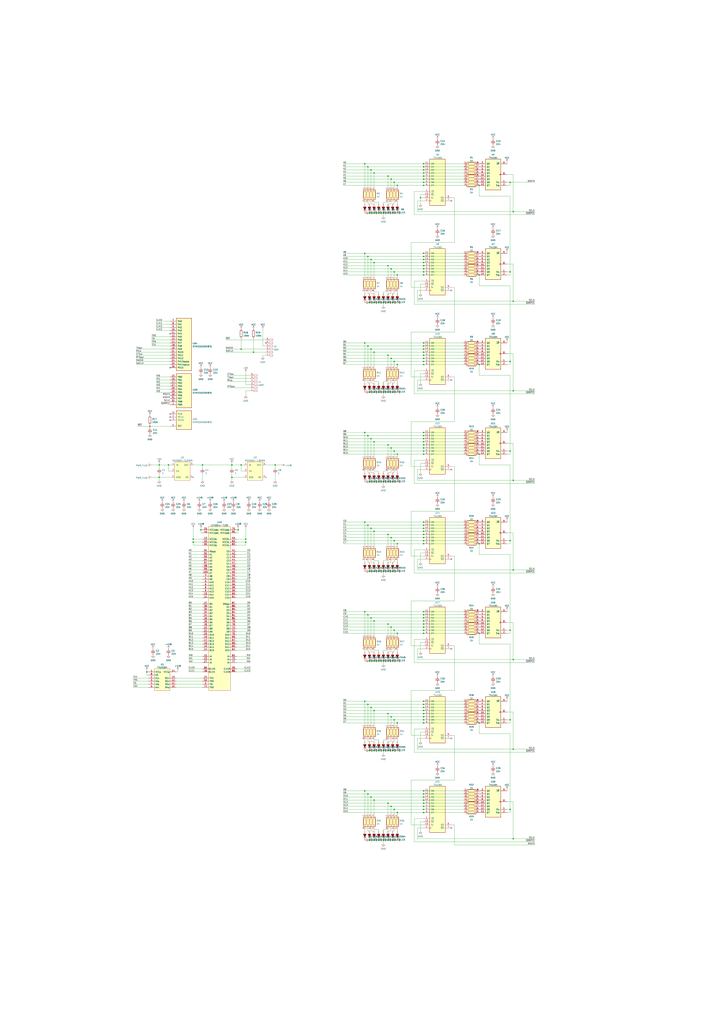
<source format=kicad_sch>
(kicad_sch (version 20211123) (generator eeschema)
  (paper "A1" portrait)
  (junction (at 318.77 660.4))
  (junction (at 347.98 502.92))
  (junction (at 201.93 443.23))
  (junction (at 318.77 439.42))
  (junction (at 347.98 137.16))
  (junction (at 304.8 360.68))
  (junction (at 347.98 434.34))
  (junction (at 347.98 297.18))
  (junction (at 347.98 299.72))
  (junction (at 318.77 218.44))
  (junction (at 347.98 365.76))
  (junction (at 303.53 175.26))
  (junction (at 323.85 591.82))
  (junction (at 302.26 137.16))
  (junction (at 347.98 223.52))
  (junction (at 314.96 617.22))
  (junction (at 326.39 226.06))
  (junction (at 322.58 248.92))
  (junction (at 323.85 149.86))
  (junction (at 138.43 382.27))
  (junction (at 304.8 581.66))
  (junction (at 347.98 660.4))
  (junction (at 347.98 515.62))
  (junction (at 347.98 441.96))
  (junction (at 421.64 247.65))
  (junction (at 347.98 579.12))
  (junction (at 322.58 617.22))
  (junction (at 322.58 543.56))
  (junction (at 345.44 162.56))
  (junction (at 303.53 617.22))
  (junction (at 226.06 382.27))
  (junction (at 307.34 584.2))
  (junction (at 322.58 690.88))
  (junction (at 419.1 370.84))
  (junction (at 198.12 382.27))
  (junction (at 307.34 469.9))
  (junction (at 419.1 444.5))
  (junction (at 347.98 215.9))
  (junction (at 311.15 543.56))
  (junction (at 326.39 373.38))
  (junction (at 347.98 439.42))
  (junction (at 421.64 394.97))
  (junction (at 303.53 248.92))
  (junction (at 323.85 665.48))
  (junction (at 347.98 284.48))
  (junction (at 326.39 520.7))
  (junction (at 307.34 215.9))
  (junction (at 347.98 208.28))
  (junction (at 322.58 322.58))
  (junction (at 318.77 175.26))
  (junction (at 347.98 139.7))
  (junction (at 314.96 175.26))
  (junction (at 419.1 149.86))
  (junction (at 307.34 289.56))
  (junction (at 419.1 518.16))
  (junction (at 347.98 373.38))
  (junction (at 347.98 436.88))
  (junction (at 321.31 441.96))
  (junction (at 302.26 210.82))
  (junction (at 130.81 382.27))
  (junction (at 347.98 576.58))
  (junction (at 347.98 594.36))
  (junction (at 347.98 218.44))
  (junction (at 307.34 617.22))
  (junction (at 322.58 175.26))
  (junction (at 347.98 652.78))
  (junction (at 347.98 431.8))
  (junction (at 347.98 508))
  (junction (at 347.98 429.26))
  (junction (at 158.75 443.23))
  (junction (at 347.98 665.48))
  (junction (at 120.65 552.45))
  (junction (at 347.98 147.32))
  (junction (at 302.26 579.12))
  (junction (at 311.15 617.22))
  (junction (at 326.39 668.02))
  (junction (at 347.98 505.46))
  (junction (at 311.15 175.26))
  (junction (at 323.85 297.18))
  (junction (at 307.34 690.88))
  (junction (at 304.8 434.34))
  (junction (at 393.7 299.72))
  (junction (at 307.34 142.24))
  (junction (at 299.72 502.92))
  (junction (at 307.34 436.88))
  (junction (at 347.98 513.08))
  (junction (at 311.15 248.92))
  (junction (at 299.72 576.58))
  (junction (at 347.98 220.98))
  (junction (at 314.96 543.56))
  (junction (at 299.72 208.28))
  (junction (at 318.77 292.1))
  (junction (at 303.53 543.56))
  (junction (at 307.34 396.24))
  (junction (at 307.34 657.86))
  (junction (at 208.28 289.56))
  (junction (at 318.77 690.88))
  (junction (at 299.72 281.94))
  (junction (at 321.31 147.32))
  (junction (at 347.98 363.22))
  (junction (at 321.31 220.98))
  (junction (at 321.31 368.3))
  (junction (at 322.58 396.24))
  (junction (at 198.12 287.02))
  (junction (at 347.98 152.4))
  (junction (at 421.64 173.99))
  (junction (at 347.98 289.56))
  (junction (at 307.34 543.56))
  (junction (at 347.98 518.16))
  (junction (at 314.96 469.9))
  (junction (at 347.98 447.04))
  (junction (at 314.96 396.24))
  (junction (at 393.7 226.06))
  (junction (at 393.7 373.38))
  (junction (at 318.77 365.76))
  (junction (at 347.98 213.36))
  (junction (at 347.98 149.86))
  (junction (at 421.64 468.63))
  (junction (at 201.93 445.77))
  (junction (at 347.98 584.2))
  (junction (at 347.98 655.32))
  (junction (at 304.8 213.36))
  (junction (at 195.58 435.61))
  (junction (at 347.98 360.68))
  (junction (at 302.26 284.48))
  (junction (at 130.81 392.43))
  (junction (at 302.26 505.46))
  (junction (at 321.31 662.94))
  (junction (at 419.1 223.52))
  (junction (at 321.31 589.28))
  (junction (at 347.98 520.7))
  (junction (at 318.77 396.24))
  (junction (at 347.98 657.86))
  (junction (at 190.5 382.27))
  (junction (at 165.1 435.61))
  (junction (at 421.64 689.61))
  (junction (at 303.53 469.9))
  (junction (at 347.98 292.1))
  (junction (at 321.31 515.62))
  (junction (at 311.15 396.24))
  (junction (at 326.39 594.36))
  (junction (at 347.98 368.3))
  (junction (at 326.39 152.4))
  (junction (at 347.98 589.28))
  (junction (at 419.1 297.18))
  (junction (at 314.96 248.92))
  (junction (at 299.72 134.62))
  (junction (at 419.1 665.48))
  (junction (at 311.15 469.9))
  (junction (at 347.98 662.94))
  (junction (at 190.5 392.43))
  (junction (at 323.85 223.52))
  (junction (at 307.34 248.92))
  (junction (at 323.85 444.5))
  (junction (at 318.77 543.56))
  (junction (at 307.34 322.58))
  (junction (at 347.98 650.24))
  (junction (at 393.7 152.4))
  (junction (at 303.53 396.24))
  (junction (at 322.58 469.9))
  (junction (at 393.7 594.36))
  (junction (at 304.8 139.7))
  (junction (at 299.72 650.24))
  (junction (at 166.37 382.27))
  (junction (at 123.19 350.52))
  (junction (at 158.75 445.77))
  (junction (at 302.26 652.78))
  (junction (at 318.77 144.78))
  (junction (at 304.8 287.02))
  (junction (at 304.8 508))
  (junction (at 303.53 322.58))
  (junction (at 304.8 655.32))
  (junction (at 318.77 322.58))
  (junction (at 347.98 510.54))
  (junction (at 307.34 175.26))
  (junction (at 323.85 370.84))
  (junction (at 347.98 134.62))
  (junction (at 318.77 513.08))
  (junction (at 347.98 226.06))
  (junction (at 347.98 281.94))
  (junction (at 302.26 358.14))
  (junction (at 347.98 355.6))
  (junction (at 347.98 444.5))
  (junction (at 347.98 581.66))
  (junction (at 347.98 142.24))
  (junction (at 314.96 690.88))
  (junction (at 421.64 615.95))
  (junction (at 326.39 447.04))
  (junction (at 347.98 586.74))
  (junction (at 307.34 510.54))
  (junction (at 347.98 287.02))
  (junction (at 393.7 447.04))
  (junction (at 347.98 358.14))
  (junction (at 302.26 431.8))
  (junction (at 318.77 617.22))
  (junction (at 311.15 690.88))
  (junction (at 303.53 690.88))
  (junction (at 347.98 668.02))
  (junction (at 318.77 248.92))
  (junction (at 419.1 591.82))
  (junction (at 326.39 299.72))
  (junction (at 393.7 520.7))
  (junction (at 347.98 294.64))
  (junction (at 321.31 294.64))
  (junction (at 299.72 429.26))
  (junction (at 318.77 586.74))
  (junction (at 347.98 370.84))
  (junction (at 307.34 363.22))
  (junction (at 347.98 210.82))
  (junction (at 323.85 518.16))
  (junction (at 318.77 469.9))
  (junction (at 314.96 322.58))
  (junction (at 421.64 542.29))
  (junction (at 347.98 144.78))
  (junction (at 347.98 591.82))
  (junction (at 421.64 321.31))
  (junction (at 299.72 355.6))
  (junction (at 311.15 322.58))
  (no_connect (at 370.84 312.42))
  (no_connect (at 139.7 274.32))
  (no_connect (at 370.84 533.4))
  (no_connect (at 370.84 165.1))
  (no_connect (at 139.7 345.44))
  (no_connect (at 139.7 340.36))
  (no_connect (at 139.7 342.9))
  (no_connect (at 139.7 302.26))
  (no_connect (at 370.84 607.06))
  (no_connect (at 370.84 680.72))
  (no_connect (at 370.84 386.08))
  (no_connect (at 370.84 459.74))
  (no_connect (at 370.84 238.76))
  (no_connect (at 218.44 281.94))
  (wire (pts (xy 321.31 147.32) (xy 347.98 147.32)))
  (wire (pts (xy 345.44 601.98) (xy 345.44 609.6)))
  (wire (pts (xy 281.94 431.8) (xy 302.26 431.8)))
  (wire (pts (xy 138.43 387.35) (xy 138.43 382.27)))
  (wire (pts (xy 421.64 290.83) (xy 421.64 321.31)))
  (wire (pts (xy 416.56 299.72) (xy 419.1 299.72)))
  (wire (pts (xy 302.26 521.97) (xy 302.26 505.46)))
  (wire (pts (xy 326.39 521.97) (xy 326.39 520.7)))
  (wire (pts (xy 299.72 134.62) (xy 347.98 134.62)))
  (wire (pts (xy 166.37 438.15) (xy 165.1 438.15)))
  (wire (pts (xy 314.96 461.01) (xy 314.96 462.28)))
  (wire (pts (xy 373.38 309.88) (xy 373.38 346.71)))
  (wire (pts (xy 323.85 297.18) (xy 347.98 297.18)))
  (wire (pts (xy 281.94 152.4) (xy 326.39 152.4)))
  (wire (pts (xy 299.72 374.65) (xy 299.72 355.6)))
  (wire (pts (xy 281.94 515.62) (xy 321.31 515.62)))
  (wire (pts (xy 302.26 534.67) (xy 302.26 535.94)))
  (wire (pts (xy 373.38 604.52) (xy 373.38 641.35)))
  (wire (pts (xy 130.81 381) (xy 130.81 382.27)))
  (wire (pts (xy 302.26 240.03) (xy 302.26 241.3)))
  (wire (pts (xy 166.37 443.23) (xy 158.75 443.23)))
  (wire (pts (xy 416.56 591.82) (xy 419.1 591.82)))
  (wire (pts (xy 314.96 175.26) (xy 314.96 177.8)))
  (wire (pts (xy 381 652.78) (xy 347.98 652.78)))
  (wire (pts (xy 226.06 382.27) (xy 231.14 382.27)))
  (wire (pts (xy 373.38 162.56) (xy 373.38 199.39)))
  (wire (pts (xy 154.94 468.63) (xy 166.37 468.63)))
  (wire (pts (xy 321.31 609.6) (xy 318.77 609.6)))
  (wire (pts (xy 304.8 655.32) (xy 347.98 655.32)))
  (wire (pts (xy 158.75 445.77) (xy 158.75 443.23)))
  (wire (pts (xy 154.94 542.29) (xy 166.37 542.29)))
  (wire (pts (xy 347.98 378.46) (xy 340.36 378.46)))
  (wire (pts (xy 302.26 374.65) (xy 302.26 358.14)))
  (wire (pts (xy 154.94 488.95) (xy 166.37 488.95)))
  (wire (pts (xy 322.58 543.56) (xy 326.39 543.56)))
  (wire (pts (xy 314.96 387.35) (xy 314.96 388.62)))
  (wire (pts (xy 314.96 617.22) (xy 314.96 619.76)))
  (wire (pts (xy 342.9 247.65) (xy 342.9 238.76)))
  (wire (pts (xy 304.8 314.96) (xy 307.34 314.96)))
  (wire (pts (xy 154.94 529.59) (xy 166.37 529.59)))
  (wire (pts (xy 321.31 448.31) (xy 321.31 441.96)))
  (wire (pts (xy 381 518.16) (xy 347.98 518.16)))
  (wire (pts (xy 185.42 279.4) (xy 218.44 279.4)))
  (wire (pts (xy 304.8 595.63) (xy 304.8 581.66)))
  (wire (pts (xy 323.85 149.86) (xy 347.98 149.86)))
  (wire (pts (xy 304.8 374.65) (xy 304.8 360.68)))
  (wire (pts (xy 281.94 657.86) (xy 307.34 657.86)))
  (wire (pts (xy 205.74 499.11) (xy 194.31 499.11)))
  (wire (pts (xy 123.19 350.52) (xy 123.19 351.79)))
  (wire (pts (xy 205.74 509.27) (xy 194.31 509.27)))
  (wire (pts (xy 321.31 534.67) (xy 321.31 535.94)))
  (wire (pts (xy 281.94 289.56) (xy 307.34 289.56)))
  (wire (pts (xy 205.74 549.91) (xy 194.31 549.91)))
  (wire (pts (xy 323.85 223.52) (xy 347.98 223.52)))
  (wire (pts (xy 154.94 544.83) (xy 166.37 544.83)))
  (wire (pts (xy 205.74 534.67) (xy 194.31 534.67)))
  (wire (pts (xy 281.94 439.42) (xy 318.77 439.42)))
  (wire (pts (xy 318.77 322.58) (xy 322.58 322.58)))
  (wire (pts (xy 419.1 299.72) (xy 419.1 297.18)))
  (wire (pts (xy 314.96 166.37) (xy 314.96 167.64)))
  (wire (pts (xy 109.22 565.15) (xy 121.92 565.15)))
  (wire (pts (xy 311.15 166.37) (xy 311.15 167.64)))
  (wire (pts (xy 299.72 281.94) (xy 347.98 281.94)))
  (wire (pts (xy 381 152.4) (xy 347.98 152.4)))
  (wire (pts (xy 347.98 525.78) (xy 340.36 525.78)))
  (wire (pts (xy 281.94 665.48) (xy 323.85 665.48)))
  (wire (pts (xy 281.94 668.02) (xy 326.39 668.02)))
  (wire (pts (xy 307.34 469.9) (xy 311.15 469.9)))
  (wire (pts (xy 381 586.74) (xy 347.98 586.74)))
  (wire (pts (xy 307.34 289.56) (xy 347.98 289.56)))
  (wire (pts (xy 154.94 478.79) (xy 166.37 478.79)))
  (wire (pts (xy 318.77 469.9) (xy 322.58 469.9)))
  (wire (pts (xy 318.77 396.24) (xy 322.58 396.24)))
  (wire (pts (xy 281.94 660.4) (xy 318.77 660.4)))
  (wire (pts (xy 302.26 387.35) (xy 302.26 388.62)))
  (wire (pts (xy 130.81 392.43) (xy 130.81 394.97)))
  (wire (pts (xy 381 294.64) (xy 347.98 294.64)))
  (wire (pts (xy 393.7 161.29) (xy 419.1 161.29)))
  (wire (pts (xy 321.31 368.3) (xy 347.98 368.3)))
  (wire (pts (xy 307.34 657.86) (xy 347.98 657.86)))
  (wire (pts (xy 393.7 594.36) (xy 393.7 603.25)))
  (wire (pts (xy 302.26 595.63) (xy 302.26 579.12)))
  (wire (pts (xy 419.1 447.04) (xy 419.1 444.5)))
  (wire (pts (xy 109.22 560.07) (xy 121.92 560.07)))
  (wire (pts (xy 416.56 149.86) (xy 419.1 149.86)))
  (wire (pts (xy 381 358.14) (xy 347.98 358.14)))
  (wire (pts (xy 299.72 543.56) (xy 303.53 543.56)))
  (wire (pts (xy 205.74 501.65) (xy 194.31 501.65)))
  (wire (pts (xy 393.7 529.59) (xy 419.1 529.59)))
  (wire (pts (xy 166.37 382.27) (xy 166.37 384.81)))
  (wire (pts (xy 347.98 381) (xy 345.44 381)))
  (wire (pts (xy 281.94 149.86) (xy 323.85 149.86)))
  (wire (pts (xy 194.31 448.31) (xy 201.93 448.31)))
  (wire (pts (xy 337.82 604.52) (xy 337.82 567.69)))
  (wire (pts (xy 281.94 137.16) (xy 302.26 137.16)))
  (wire (pts (xy 421.64 217.17) (xy 421.64 247.65)))
  (wire (pts (xy 381 429.26) (xy 347.98 429.26)))
  (wire (pts (xy 201.93 443.23) (xy 201.93 434.34)))
  (wire (pts (xy 205.74 524.51) (xy 194.31 524.51)))
  (wire (pts (xy 314.96 534.67) (xy 314.96 535.94)))
  (wire (pts (xy 281.94 655.32) (xy 304.8 655.32)))
  (wire (pts (xy 323.85 374.65) (xy 323.85 370.84)))
  (wire (pts (xy 128.27 309.88) (xy 139.7 309.88)))
  (wire (pts (xy 381 510.54) (xy 347.98 510.54)))
  (wire (pts (xy 302.26 313.69) (xy 302.26 314.96)))
  (wire (pts (xy 381 655.32) (xy 347.98 655.32)))
  (wire (pts (xy 318.77 669.29) (xy 318.77 660.4)))
  (wire (pts (xy 281.94 223.52) (xy 323.85 223.52)))
  (wire (pts (xy 303.53 543.56) (xy 307.34 543.56)))
  (wire (pts (xy 337.82 567.69) (xy 373.38 567.69)))
  (wire (pts (xy 303.53 322.58) (xy 307.34 322.58)))
  (wire (pts (xy 318.77 439.42) (xy 347.98 439.42)))
  (wire (pts (xy 154.94 549.91) (xy 166.37 549.91)))
  (wire (pts (xy 381 368.3) (xy 347.98 368.3)))
  (wire (pts (xy 322.58 690.88) (xy 326.39 690.88)))
  (wire (pts (xy 186.69 308.61) (xy 205.74 308.61)))
  (wire (pts (xy 337.82 641.35) (xy 373.38 641.35)))
  (wire (pts (xy 281.94 299.72) (xy 326.39 299.72)))
  (wire (pts (xy 281.94 368.3) (xy 321.31 368.3)))
  (wire (pts (xy 381 665.48) (xy 347.98 665.48)))
  (wire (pts (xy 304.8 669.29) (xy 304.8 655.32)))
  (wire (pts (xy 421.64 247.65) (xy 439.42 247.65)))
  (wire (pts (xy 342.9 542.29) (xy 342.9 533.4)))
  (wire (pts (xy 416.56 585.47) (xy 421.64 585.47)))
  (wire (pts (xy 393.7 382.27) (xy 419.1 382.27)))
  (wire (pts (xy 416.56 444.5) (xy 419.1 444.5)))
  (wire (pts (xy 323.85 608.33) (xy 323.85 609.6)))
  (wire (pts (xy 281.94 142.24) (xy 307.34 142.24)))
  (wire (pts (xy 307.34 215.9) (xy 347.98 215.9)))
  (wire (pts (xy 342.9 238.76) (xy 347.98 238.76)))
  (wire (pts (xy 215.9 292.1) (xy 215.9 293.37)))
  (wire (pts (xy 186.69 318.77) (xy 205.74 318.77)))
  (wire (pts (xy 337.82 494.03) (xy 373.38 494.03)))
  (wire (pts (xy 421.64 321.31) (xy 342.9 321.31)))
  (wire (pts (xy 304.8 387.35) (xy 304.8 388.62)))
  (wire (pts (xy 281.94 579.12) (xy 302.26 579.12)))
  (wire (pts (xy 154.94 519.43) (xy 166.37 519.43)))
  (wire (pts (xy 281.94 281.94) (xy 299.72 281.94)))
  (wire (pts (xy 190.5 392.43) (xy 190.5 394.97)))
  (wire (pts (xy 281.94 226.06) (xy 326.39 226.06)))
  (wire (pts (xy 311.15 534.67) (xy 311.15 535.94)))
  (wire (pts (xy 321.31 535.94) (xy 318.77 535.94)))
  (wire (pts (xy 205.74 542.29) (xy 194.31 542.29)))
  (wire (pts (xy 318.77 227.33) (xy 318.77 218.44)))
  (wire (pts (xy 111.76 287.02) (xy 139.7 287.02)))
  (wire (pts (xy 318.77 300.99) (xy 318.77 292.1)))
  (wire (pts (xy 318.77 690.88) (xy 322.58 690.88)))
  (wire (pts (xy 302.26 448.31) (xy 302.26 431.8)))
  (wire (pts (xy 281.94 297.18) (xy 323.85 297.18)))
  (wire (pts (xy 381 584.2) (xy 347.98 584.2)))
  (wire (pts (xy 302.26 462.28) (xy 303.53 462.28)))
  (wire (pts (xy 321.31 388.62) (xy 318.77 388.62)))
  (wire (pts (xy 322.58 469.9) (xy 326.39 469.9)))
  (wire (pts (xy 421.64 689.61) (xy 439.42 689.61)))
  (wire (pts (xy 205.74 529.59) (xy 194.31 529.59)))
  (wire (pts (xy 304.8 287.02) (xy 347.98 287.02)))
  (wire (pts (xy 318.77 175.26) (xy 322.58 175.26)))
  (wire (pts (xy 347.98 675.64) (xy 345.44 675.64)))
  (wire (pts (xy 124.46 276.86) (xy 139.7 276.86)))
  (wire (pts (xy 307.34 436.88) (xy 347.98 436.88)))
  (wire (pts (xy 205.74 471.17) (xy 194.31 471.17)))
  (wire (pts (xy 370.84 383.54) (xy 373.38 383.54)))
  (wire (pts (xy 128.27 322.58) (xy 139.7 322.58)))
  (wire (pts (xy 373.38 530.86) (xy 373.38 567.69)))
  (wire (pts (xy 128.27 314.96) (xy 139.7 314.96)))
  (wire (pts (xy 381 360.68) (xy 347.98 360.68)))
  (wire (pts (xy 307.34 608.33) (xy 311.15 608.33)))
  (wire (pts (xy 322.58 175.26) (xy 326.39 175.26)))
  (wire (pts (xy 321.31 608.33) (xy 321.31 609.6)))
  (wire (pts (xy 215.9 270.51) (xy 215.9 284.48)))
  (wire (pts (xy 416.56 133.35) (xy 416.56 134.62)))
  (wire (pts (xy 208.28 278.13) (xy 208.28 289.56)))
  (wire (pts (xy 318.77 218.44) (xy 347.98 218.44)))
  (wire (pts (xy 124.46 284.48) (xy 139.7 284.48)))
  (wire (pts (xy 154.94 499.11) (xy 166.37 499.11)))
  (wire (pts (xy 323.85 227.33) (xy 323.85 223.52)))
  (wire (pts (xy 416.56 438.15) (xy 421.64 438.15)))
  (wire (pts (xy 302.26 227.33) (xy 302.26 210.82)))
  (wire (pts (xy 311.15 313.69) (xy 311.15 314.96)))
  (wire (pts (xy 281.94 360.68) (xy 304.8 360.68)))
  (wire (pts (xy 416.56 207.01) (xy 416.56 208.28)))
  (wire (pts (xy 190.5 389.89) (xy 190.5 392.43)))
  (wire (pts (xy 326.39 387.35) (xy 326.39 388.62)))
  (wire (pts (xy 307.34 300.99) (xy 307.34 289.56)))
  (wire (pts (xy 416.56 223.52) (xy 419.1 223.52)))
  (wire (pts (xy 381 657.86) (xy 347.98 657.86)))
  (wire (pts (xy 146.05 552.45) (xy 146.05 551.18)))
  (wire (pts (xy 304.8 360.68) (xy 347.98 360.68)))
  (wire (pts (xy 120.65 552.45) (xy 120.65 551.18)))
  (wire (pts (xy 299.72 387.35) (xy 299.72 388.62)))
  (wire (pts (xy 323.85 669.29) (xy 323.85 665.48)))
  (wire (pts (xy 323.85 167.64) (xy 322.58 167.64)))
  (wire (pts (xy 307.34 543.56) (xy 311.15 543.56)))
  (wire (pts (xy 318.77 144.78) (xy 347.98 144.78)))
  (wire (pts (xy 205.74 478.79) (xy 194.31 478.79)))
  (wire (pts (xy 186.69 311.15) (xy 205.74 311.15)))
  (wire (pts (xy 205.74 504.19) (xy 194.31 504.19)))
  (wire (pts (xy 307.34 322.58) (xy 311.15 322.58)))
  (wire (pts (xy 326.39 313.69) (xy 326.39 314.96)))
  (wire (pts (xy 326.39 594.36) (xy 347.98 594.36)))
  (wire (pts (xy 302.26 210.82) (xy 347.98 210.82)))
  (wire (pts (xy 323.85 681.99) (xy 323.85 683.26)))
  (wire (pts (xy 381 365.76) (xy 347.98 365.76)))
  (wire (pts (xy 393.7 447.04) (xy 393.7 455.93)))
  (wire (pts (xy 416.56 152.4) (xy 419.1 152.4)))
  (wire (pts (xy 299.72 669.29) (xy 299.72 650.24)))
  (wire (pts (xy 304.8 534.67) (xy 304.8 535.94)))
  (wire (pts (xy 321.31 521.97) (xy 321.31 515.62)))
  (wire (pts (xy 130.81 392.43) (xy 140.97 392.43)))
  (wire (pts (xy 347.98 307.34) (xy 345.44 307.34)))
  (wire (pts (xy 154.94 473.71) (xy 166.37 473.71)))
  (wire (pts (xy 381 508) (xy 347.98 508)))
  (wire (pts (xy 299.72 166.37) (xy 299.72 167.64)))
  (wire (pts (xy 421.64 173.99) (xy 342.9 173.99)))
  (wire (pts (xy 416.56 518.16) (xy 419.1 518.16)))
  (wire (pts (xy 194.31 435.61) (xy 195.58 435.61)))
  (wire (pts (xy 318.77 521.97) (xy 318.77 513.08)))
  (wire (pts (xy 154.94 521.97) (xy 166.37 521.97)))
  (wire (pts (xy 323.85 535.94) (xy 322.58 535.94)))
  (wire (pts (xy 321.31 314.96) (xy 318.77 314.96)))
  (wire (pts (xy 299.72 534.67) (xy 299.72 535.94)))
  (wire (pts (xy 326.39 152.4) (xy 347.98 152.4)))
  (wire (pts (xy 311.15 690.88) (xy 314.96 690.88)))
  (wire (pts (xy 421.64 542.29) (xy 342.9 542.29)))
  (wire (pts (xy 304.8 166.37) (xy 304.8 167.64)))
  (wire (pts (xy 304.8 240.03) (xy 304.8 241.3)))
  (wire (pts (xy 416.56 668.02) (xy 419.1 668.02)))
  (wire (pts (xy 342.9 173.99) (xy 342.9 165.1)))
  (wire (pts (xy 302.26 683.26) (xy 303.53 683.26)))
  (wire (pts (xy 111.76 297.18) (xy 139.7 297.18)))
  (wire (pts (xy 185.42 289.56) (xy 208.28 289.56)))
  (wire (pts (xy 124.46 382.27) (xy 130.81 382.27)))
  (wire (pts (xy 393.7 308.61) (xy 419.1 308.61)))
  (wire (pts (xy 323.85 240.03) (xy 323.85 241.3)))
  (wire (pts (xy 318.77 660.4) (xy 347.98 660.4)))
  (wire (pts (xy 373.38 383.54) (xy 373.38 420.37)))
  (wire (pts (xy 304.8 581.66) (xy 347.98 581.66)))
  (wire (pts (xy 154.94 511.81) (xy 166.37 511.81)))
  (wire (pts (xy 323.85 591.82) (xy 347.98 591.82)))
  (wire (pts (xy 340.36 176.53) (xy 439.42 176.53)))
  (wire (pts (xy 381 218.44) (xy 347.98 218.44)))
  (wire (pts (xy 299.72 208.28) (xy 347.98 208.28)))
  (wire (pts (xy 154.94 491.49) (xy 166.37 491.49)))
  (wire (pts (xy 299.72 175.26) (xy 303.53 175.26)))
  (wire (pts (xy 304.8 313.69) (xy 304.8 314.96)))
  (wire (pts (xy 421.64 615.95) (xy 439.42 615.95)))
  (wire (pts (xy 323.85 609.6) (xy 322.58 609.6)))
  (wire (pts (xy 302.26 681.99) (xy 302.26 683.26)))
  (wire (pts (xy 321.31 462.28) (xy 318.77 462.28)))
  (wire (pts (xy 302.26 608.33) (xy 302.26 609.6)))
  (wire (pts (xy 342.9 533.4) (xy 347.98 533.4)))
  (wire (pts (xy 340.36 397.51) (xy 439.42 397.51)))
  (wire (pts (xy 421.64 585.47) (xy 421.64 615.95)))
  (wire (pts (xy 416.56 501.65) (xy 416.56 502.92)))
  (wire (pts (xy 154.94 527.05) (xy 166.37 527.05)))
  (wire (pts (xy 340.36 692.15) (xy 439.42 692.15)))
  (wire (pts (xy 201.93 445.77) (xy 201.93 443.23)))
  (wire (pts (xy 322.58 248.92) (xy 326.39 248.92)))
  (wire (pts (xy 299.72 448.31) (xy 299.72 429.26)))
  (wire (pts (xy 381 436.88) (xy 347.98 436.88)))
  (wire (pts (xy 281.94 284.48) (xy 302.26 284.48)))
  (wire (pts (xy 421.64 615.95) (xy 342.9 615.95)))
  (wire (pts (xy 337.82 420.37) (xy 373.38 420.37)))
  (wire (pts (xy 421.64 659.13) (xy 421.64 689.61)))
  (wire (pts (xy 373.38 457.2) (xy 373.38 494.03)))
  (wire (pts (xy 347.98 528.32) (xy 345.44 528.32)))
  (wire (pts (xy 201.93 448.31) (xy 201.93 445.77)))
  (wire (pts (xy 302.26 461.01) (xy 302.26 462.28)))
  (wire (pts (xy 302.26 579.12) (xy 347.98 579.12)))
  (wire (pts (xy 421.64 689.61) (xy 342.9 689.61)))
  (wire (pts (xy 314.96 240.03) (xy 314.96 241.3)))
  (wire (pts (xy 347.98 231.14) (xy 340.36 231.14)))
  (wire (pts (xy 345.44 454.66) (xy 345.44 462.28)))
  (wire (pts (xy 166.37 382.27) (xy 190.5 382.27)))
  (wire (pts (xy 421.64 468.63) (xy 342.9 468.63)))
  (wire (pts (xy 381 441.96) (xy 347.98 441.96)))
  (wire (pts (xy 314.96 322.58) (xy 314.96 325.12)))
  (wire (pts (xy 323.85 534.67) (xy 323.85 535.94)))
  (wire (pts (xy 381 284.48) (xy 347.98 284.48)))
  (wire (pts (xy 109.22 557.53) (xy 121.92 557.53)))
  (wire (pts (xy 337.82 457.2) (xy 337.82 420.37)))
  (wire (pts (xy 393.7 299.72) (xy 393.7 308.61)))
  (wire (pts (xy 281.94 591.82) (xy 323.85 591.82)))
  (wire (pts (xy 381 363.22) (xy 347.98 363.22)))
  (wire (pts (xy 340.36 452.12) (xy 340.36 471.17)))
  (wire (pts (xy 154.94 453.39) (xy 166.37 453.39)))
  (wire (pts (xy 340.36 599.44) (xy 340.36 618.49)))
  (wire (pts (xy 128.27 269.24) (xy 139.7 269.24)))
  (wire (pts (xy 307.34 166.37) (xy 311.15 166.37)))
  (wire (pts (xy 190.5 382.27) (xy 190.5 384.81)))
  (wire (pts (xy 205.74 483.87) (xy 194.31 483.87)))
  (wire (pts (xy 318.77 240.03) (xy 314.96 240.03)))
  (wire (pts (xy 347.98 454.66) (xy 345.44 454.66)))
  (wire (pts (xy 419.1 594.36) (xy 419.1 591.82)))
  (wire (pts (xy 347.98 304.8) (xy 340.36 304.8)))
  (wire (pts (xy 347.98 236.22) (xy 337.82 236.22)))
  (wire (pts (xy 165.1 435.61) (xy 165.1 434.34)))
  (wire (pts (xy 307.34 584.2) (xy 347.98 584.2)))
  (wire (pts (xy 381 660.4) (xy 347.98 660.4)))
  (wire (pts (xy 154.94 501.65) (xy 166.37 501.65)))
  (wire (pts (xy 321.31 589.28) (xy 347.98 589.28)))
  (wire (pts (xy 314.96 469.9) (xy 318.77 469.9)))
  (wire (pts (xy 299.72 429.26) (xy 347.98 429.26)))
  (wire (pts (xy 194.31 438.15) (xy 195.58 438.15)))
  (wire (pts (xy 281.94 355.6) (xy 299.72 355.6)))
  (wire (pts (xy 340.36 323.85) (xy 439.42 323.85)))
  (wire (pts (xy 201.93 321.31) (xy 201.93 325.12)))
  (wire (pts (xy 281.94 147.32) (xy 321.31 147.32)))
  (wire (pts (xy 307.34 313.69) (xy 311.15 313.69)))
  (wire (pts (xy 154.94 534.67) (xy 166.37 534.67)))
  (wire (pts (xy 123.19 349.25) (xy 123.19 350.52)))
  (wire (pts (xy 158.75 445.77) (xy 166.37 445.77)))
  (wire (pts (xy 281.94 144.78) (xy 318.77 144.78)))
  (wire (pts (xy 318.77 543.56) (xy 322.58 543.56)))
  (wire (pts (xy 318.77 608.33) (xy 314.96 608.33)))
  (wire (pts (xy 323.85 518.16) (xy 347.98 518.16)))
  (wire (pts (xy 370.84 604.52) (xy 373.38 604.52)))
  (wire (pts (xy 416.56 370.84) (xy 419.1 370.84)))
  (wire (pts (xy 154.94 461.01) (xy 166.37 461.01)))
  (wire (pts (xy 321.31 227.33) (xy 321.31 220.98)))
  (wire (pts (xy 421.64 394.97) (xy 342.9 394.97)))
  (wire (pts (xy 200.66 382.27) (xy 198.12 382.27)))
  (wire (pts (xy 120.65 554.99) (xy 120.65 552.45)))
  (wire (pts (xy 307.34 363.22) (xy 347.98 363.22)))
  (wire (pts (xy 205.74 466.09) (xy 194.31 466.09)))
  (wire (pts (xy 323.85 595.63) (xy 323.85 591.82)))
  (wire (pts (xy 381 502.92) (xy 347.98 502.92)))
  (wire (pts (xy 166.37 435.61) (xy 165.1 435.61)))
  (wire (pts (xy 304.8 535.94) (xy 307.34 535.94)))
  (wire (pts (xy 323.85 166.37) (xy 323.85 167.64)))
  (wire (pts (xy 381 513.08) (xy 347.98 513.08)))
  (wire (pts (xy 416.56 575.31) (xy 416.56 576.58)))
  (wire (pts (xy 323.85 665.48) (xy 347.98 665.48)))
  (wire (pts (xy 381 299.72) (xy 347.98 299.72)))
  (wire (pts (xy 323.85 683.26) (xy 322.58 683.26)))
  (wire (pts (xy 421.64 173.99) (xy 439.42 173.99)))
  (wire (pts (xy 205.74 527.05) (xy 194.31 527.05)))
  (wire (pts (xy 281.94 373.38) (xy 326.39 373.38)))
  (wire (pts (xy 299.72 608.33) (xy 299.72 609.6)))
  (wire (pts (xy 302.26 505.46) (xy 347.98 505.46)))
  (wire (pts (xy 311.15 387.35) (xy 311.15 388.62)))
  (wire (pts (xy 416.56 648.97) (xy 416.56 650.24)))
  (wire (pts (xy 419.1 520.7) (xy 419.1 518.16)))
  (wire (pts (xy 340.36 304.8) (xy 340.36 323.85)))
  (wire (pts (xy 111.76 294.64) (xy 139.7 294.64)))
  (wire (pts (xy 373.38 678.18) (xy 373.38 694.69)))
  (wire (pts (xy 381 139.7) (xy 347.98 139.7)))
  (wire (pts (xy 326.39 299.72) (xy 347.98 299.72)))
  (wire (pts (xy 381 292.1) (xy 347.98 292.1)))
  (wire (pts (xy 121.92 554.99) (xy 120.65 554.99)))
  (wire (pts (xy 326.39 608.33) (xy 326.39 609.6)))
  (wire (pts (xy 304.8 300.99) (xy 304.8 287.02)))
  (wire (pts (xy 281.94 434.34) (xy 304.8 434.34)))
  (wire (pts (xy 140.97 387.35) (xy 138.43 387.35)))
  (wire (pts (xy 314.96 543.56) (xy 314.96 546.1)))
  (wire (pts (xy 307.34 595.63) (xy 307.34 584.2)))
  (wire (pts (xy 124.46 279.4) (xy 139.7 279.4)))
  (wire (pts (xy 323.85 461.01) (xy 323.85 462.28)))
  (wire (pts (xy 340.36 231.14) (xy 340.36 250.19)))
  (wire (pts (xy 416.56 217.17) (xy 421.64 217.17)))
  (wire (pts (xy 307.34 521.97) (xy 307.34 510.54)))
  (wire (pts (xy 370.84 530.86) (xy 373.38 530.86)))
  (wire (pts (xy 281.94 370.84) (xy 323.85 370.84)))
  (wire (pts (xy 318.77 681.99) (xy 314.96 681.99)))
  (wire (pts (xy 381 226.06) (xy 347.98 226.06)))
  (wire (pts (xy 302.26 241.3) (xy 303.53 241.3)))
  (wire (pts (xy 303.53 469.9) (xy 307.34 469.9)))
  (wire (pts (xy 307.34 534.67) (xy 311.15 534.67)))
  (wire (pts (xy 342.9 394.97) (xy 342.9 386.08)))
  (wire (pts (xy 318.77 153.67) (xy 318.77 144.78)))
  (wire (pts (xy 281.94 510.54) (xy 307.34 510.54)))
  (wire (pts (xy 281.94 208.28) (xy 299.72 208.28)))
  (wire (pts (xy 307.34 690.88) (xy 311.15 690.88)))
  (wire (pts (xy 321.31 461.01) (xy 321.31 462.28)))
  (wire (pts (xy 205.74 516.89) (xy 194.31 516.89)))
  (wire (pts (xy 314.96 248.92) (xy 318.77 248.92)))
  (wire (pts (xy 318.77 595.63) (xy 318.77 586.74)))
  (wire (pts (xy 419.1 529.59) (xy 419.1 591.82)))
  (wire (pts (xy 302.26 431.8) (xy 347.98 431.8)))
  (wire (pts (xy 205.74 519.43) (xy 194.31 519.43)))
  (wire (pts (xy 326.39 240.03) (xy 326.39 241.3)))
  (wire (pts (xy 419.1 668.02) (xy 419.1 665.48)))
  (wire (pts (xy 323.85 388.62) (xy 322.58 388.62)))
  (wire (pts (xy 154.94 466.09) (xy 166.37 466.09)))
  (wire (pts (xy 381 515.62) (xy 347.98 515.62)))
  (wire (pts (xy 373.38 236.22) (xy 373.38 273.05)))
  (wire (pts (xy 195.58 435.61) (xy 195.58 434.34)))
  (wire (pts (xy 128.27 266.7) (xy 139.7 266.7)))
  (wire (pts (xy 345.44 160.02) (xy 345.44 162.56)))
  (wire (pts (xy 381 650.24) (xy 347.98 650.24)))
  (wire (pts (xy 345.44 675.64) (xy 345.44 683.26)))
  (wire (pts (xy 381 297.18) (xy 347.98 297.18)))
  (wire (pts (xy 311.15 175.26) (xy 314.96 175.26)))
  (wire (pts (xy 198.12 387.35) (xy 198.12 382.27)))
  (wire (pts (xy 154.94 532.13) (xy 166.37 532.13)))
  (wire (pts (xy 205.74 473.71) (xy 194.31 473.71)))
  (wire (pts (xy 121.92 552.45) (xy 120.65 552.45)))
  (wire (pts (xy 347.98 673.1) (xy 340.36 673.1)))
  (wire (pts (xy 281.94 365.76) (xy 318.77 365.76)))
  (wire (pts (xy 299.72 322.58) (xy 303.53 322.58)))
  (wire (pts (xy 299.72 469.9) (xy 303.53 469.9)))
  (wire (pts (xy 318.77 534.67) (xy 314.96 534.67)))
  (wire (pts (xy 154.94 463.55) (xy 166.37 463.55)))
  (wire (pts (xy 347.98 599.44) (xy 340.36 599.44)))
  (wire (pts (xy 205.74 544.83) (xy 194.31 544.83)))
  (wire (pts (xy 326.39 447.04) (xy 347.98 447.04)))
  (wire (pts (xy 302.26 358.14) (xy 347.98 358.14)))
  (wire (pts (xy 314.96 248.92) (xy 314.96 251.46)))
  (wire (pts (xy 307.34 248.92) (xy 311.15 248.92)))
  (wire (pts (xy 416.56 447.04) (xy 419.1 447.04)))
  (wire (pts (xy 342.9 689.61) (xy 342.9 680.72)))
  (wire (pts (xy 304.8 153.67) (xy 304.8 139.7)))
  (wire (pts (xy 345.44 381) (xy 345.44 388.62)))
  (wire (pts (xy 416.56 594.36) (xy 419.1 594.36)))
  (wire (pts (xy 205.74 481.33) (xy 194.31 481.33)))
  (wire (pts (xy 138.43 382.27) (xy 130.81 382.27)))
  (wire (pts (xy 318.77 513.08) (xy 347.98 513.08)))
  (wire (pts (xy 299.72 690.88) (xy 303.53 690.88)))
  (wire (pts (xy 302.26 300.99) (xy 302.26 284.48)))
  (wire (pts (xy 311.15 396.24) (xy 314.96 396.24)))
  (wire (pts (xy 314.96 313.69) (xy 314.96 314.96)))
  (wire (pts (xy 205.74 453.39) (xy 194.31 453.39)))
  (wire (pts (xy 342.9 459.74) (xy 347.98 459.74)))
  (wire (pts (xy 321.31 166.37) (xy 321.31 167.64)))
  (wire (pts (xy 304.8 241.3) (xy 307.34 241.3)))
  (wire (pts (xy 281.94 586.74) (xy 318.77 586.74)))
  (wire (pts (xy 419.1 382.27) (xy 419.1 444.5)))
  (wire (pts (xy 302.26 153.67) (xy 302.26 137.16)))
  (wire (pts (xy 128.27 264.16) (xy 139.7 264.16)))
  (wire (pts (xy 318.77 313.69) (xy 314.96 313.69)))
  (wire (pts (xy 299.72 461.01) (xy 299.72 462.28)))
  (wire (pts (xy 337.82 530.86) (xy 337.82 494.03)))
  (wire (pts (xy 318.77 448.31) (xy 318.77 439.42)))
  (wire (pts (xy 323.85 462.28) (xy 322.58 462.28)))
  (wire (pts (xy 185.42 287.02) (xy 198.12 287.02)))
  (wire (pts (xy 304.8 609.6) (xy 307.34 609.6)))
  (wire (pts (xy 419.1 308.61) (xy 419.1 370.84)))
  (wire (pts (xy 321.31 153.67) (xy 321.31 147.32)))
  (wire (pts (xy 281.94 139.7) (xy 304.8 139.7)))
  (wire (pts (xy 307.34 396.24) (xy 311.15 396.24)))
  (wire (pts (xy 321.31 241.3) (xy 318.77 241.3)))
  (wire (pts (xy 419.1 161.29) (xy 419.1 223.52)))
  (wire (pts (xy 340.36 673.1) (xy 340.36 692.15)))
  (wire (pts (xy 186.69 313.69) (xy 205.74 313.69)))
  (wire (pts (xy 337.82 346.71) (xy 373.38 346.71)))
  (wire (pts (xy 205.74 458.47) (xy 194.31 458.47)))
  (wire (pts (xy 208.28 289.56) (xy 218.44 289.56)))
  (wire (pts (xy 416.56 143.51) (xy 421.64 143.51)))
  (wire (pts (xy 128.27 317.5) (xy 139.7 317.5)))
  (wire (pts (xy 381 594.36) (xy 347.98 594.36)))
  (wire (pts (xy 419.1 226.06) (xy 419.1 223.52)))
  (wire (pts (xy 318.77 248.92) (xy 322.58 248.92)))
  (wire (pts (xy 303.53 248.92) (xy 307.34 248.92)))
  (wire (pts (xy 421.64 438.15) (xy 421.64 468.63)))
  (wire (pts (xy 299.72 248.92) (xy 303.53 248.92)))
  (wire (pts (xy 347.98 157.48) (xy 340.36 157.48)))
  (wire (pts (xy 281.94 502.92) (xy 299.72 502.92)))
  (wire (pts (xy 154.94 516.89) (xy 166.37 516.89)))
  (wire (pts (xy 299.72 617.22) (xy 303.53 617.22)))
  (wire (pts (xy 416.56 520.7) (xy 419.1 520.7)))
  (wire (pts (xy 416.56 665.48) (xy 419.1 665.48)))
  (wire (pts (xy 281.94 576.58) (xy 299.72 576.58)))
  (wire (pts (xy 326.39 595.63) (xy 326.39 594.36)))
  (wire (pts (xy 304.8 227.33) (xy 304.8 213.36)))
  (wire (pts (xy 113.03 350.52) (xy 123.19 350.52)))
  (wire (pts (xy 304.8 139.7) (xy 347.98 139.7)))
  (wire (pts (xy 381 220.98) (xy 347.98 220.98)))
  (wire (pts (xy 307.34 681.99) (xy 311.15 681.99)))
  (wire (pts (xy 323.85 313.69) (xy 323.85 314.96)))
  (wire (pts (xy 304.8 508) (xy 347.98 508)))
  (wire (pts (xy 303.53 396.24) (xy 307.34 396.24)))
  (wire (pts (xy 205.74 486.41) (xy 194.31 486.41)))
  (wire (pts (xy 205.74 511.81) (xy 194.31 511.81)))
  (wire (pts (xy 311.15 608.33) (xy 311.15 609.6)))
  (wire (pts (xy 340.36 250.19) (xy 439.42 250.19)))
  (wire (pts (xy 370.84 309.88) (xy 373.38 309.88)))
  (wire (pts (xy 381 579.12) (xy 347.98 579.12)))
  (wire (pts (xy 421.64 143.51) (xy 421.64 173.99)))
  (wire (pts (xy 347.98 383.54) (xy 337.82 383.54)))
  (wire (pts (xy 340.36 378.46) (xy 340.36 397.51)))
  (wire (pts (xy 123.19 350.52) (xy 139.7 350.52)))
  (wire (pts (xy 154.94 476.25) (xy 166.37 476.25)))
  (wire (pts (xy 416.56 511.81) (xy 421.64 511.81)))
  (wire (pts (xy 154.94 509.27) (xy 166.37 509.27)))
  (wire (pts (xy 304.8 521.97) (xy 304.8 508)))
  (wire (pts (xy 416.56 427.99) (xy 416.56 429.26)))
  (wire (pts (xy 281.94 589.28) (xy 321.31 589.28)))
  (wire (pts (xy 318.77 292.1) (xy 347.98 292.1)))
  (wire (pts (xy 205.74 461.01) (xy 194.31 461.01)))
  (wire (pts (xy 321.31 313.69) (xy 321.31 314.96)))
  (wire (pts (xy 321.31 681.99) (xy 321.31 683.26)))
  (wire (pts (xy 381 147.32) (xy 347.98 147.32)))
  (wire (pts (xy 144.78 562.61) (xy 166.37 562.61)))
  (wire (pts (xy 302.26 137.16) (xy 347.98 137.16)))
  (wire (pts (xy 326.39 227.33) (xy 326.39 226.06)))
  (wire (pts (xy 345.44 307.34) (xy 345.44 314.96)))
  (wire (pts (xy 323.85 444.5) (xy 347.98 444.5)))
  (wire (pts (xy 381 215.9) (xy 347.98 215.9)))
  (wire (pts (xy 314.96 469.9) (xy 314.96 472.44)))
  (wire (pts (xy 205.74 476.25) (xy 194.31 476.25)))
  (wire (pts (xy 347.98 452.12) (xy 340.36 452.12)))
  (wire (pts (xy 321.31 662.94) (xy 347.98 662.94)))
  (wire (pts (xy 195.58 438.15) (xy 195.58 435.61)))
  (wire (pts (xy 340.36 471.17) (xy 439.42 471.17)))
  (wire (pts (xy 321.31 441.96) (xy 347.98 441.96)))
  (wire (pts (xy 154.94 552.45) (xy 166.37 552.45)))
  (wire (pts (xy 304.8 167.64) (xy 307.34 167.64)))
  (wire (pts (xy 299.72 650.24) (xy 347.98 650.24)))
  (wire (pts (xy 342.9 312.42) (xy 347.98 312.42)))
  (wire (pts (xy 347.98 530.86) (xy 337.82 530.86)))
  (wire (pts (xy 393.7 603.25) (xy 419.1 603.25)))
  (wire (pts (xy 322.58 396.24) (xy 326.39 396.24)))
  (wire (pts (xy 318.77 617.22) (xy 322.58 617.22)))
  (wire (pts (xy 381 281.94) (xy 347.98 281.94)))
  (wire (pts (xy 302.26 166.37) (xy 302.26 167.64)))
  (wire (pts (xy 166.37 389.89) (xy 166.37 394.97)))
  (wire (pts (xy 318.77 365.76) (xy 347.98 365.76)))
  (wire (pts (xy 205.74 463.55) (xy 194.31 463.55)))
  (wire (pts (xy 381 223.52) (xy 347.98 223.52)))
  (wire (pts (xy 321.31 374.65) (xy 321.31 368.3)))
  (wire (pts (xy 281.94 650.24) (xy 299.72 650.24)))
  (wire (pts (xy 381 210.82) (xy 347.98 210.82)))
  (wire (pts (xy 321.31 669.29) (xy 321.31 662.94)))
  (wire (pts (xy 318.77 586.74) (xy 347.98 586.74)))
  (wire (pts (xy 154.94 483.87) (xy 166.37 483.87)))
  (wire (pts (xy 303.53 617.22) (xy 307.34 617.22)))
  (wire (pts (xy 205.74 316.23) (xy 201.93 316.23)))
  (wire (pts (xy 190.5 392.43) (xy 200.66 392.43)))
  (wire (pts (xy 370.84 678.18) (xy 373.38 678.18)))
  (wire (pts (xy 299.72 313.69) (xy 299.72 314.96)))
  (wire (pts (xy 347.98 309.88) (xy 337.82 309.88)))
  (wire (pts (xy 304.8 388.62) (xy 307.34 388.62)))
  (wire (pts (xy 154.94 524.51) (xy 166.37 524.51)))
  (wire (pts (xy 281.94 218.44) (xy 318.77 218.44)))
  (wire (pts (xy 198.12 287.02) (xy 218.44 287.02)))
  (wire (pts (xy 205.74 488.95) (xy 194.31 488.95)))
  (wire (pts (xy 307.34 448.31) (xy 307.34 436.88)))
  (wire (pts (xy 128.27 320.04) (xy 139.7 320.04)))
  (wire (pts (xy 381 142.24) (xy 347.98 142.24)))
  (wire (pts (xy 205.74 521.97) (xy 194.31 521.97)))
  (wire (pts (xy 337.82 678.18) (xy 337.82 641.35)))
  (wire (pts (xy 166.37 448.31) (xy 158.75 448.31)))
  (wire (pts (xy 198.12 278.13) (xy 198.12 287.02)))
  (wire (pts (xy 304.8 448.31) (xy 304.8 434.34)))
  (wire (pts (xy 281.94 652.78) (xy 302.26 652.78)))
  (wire (pts (xy 154.94 496.57) (xy 166.37 496.57)))
  (wire (pts (xy 439.42 149.86) (xy 419.1 149.86)))
  (wire (pts (xy 311.15 248.92) (xy 314.96 248.92)))
  (wire (pts (xy 347.98 604.52) (xy 337.82 604.52)))
  (wire (pts (xy 347.98 457.2) (xy 337.82 457.2)))
  (wire (pts (xy 201.93 316.23) (xy 201.93 306.07)))
  (wire (pts (xy 299.72 521.97) (xy 299.72 502.92)))
  (wire (pts (xy 307.34 240.03) (xy 311.15 240.03)))
  (wire (pts (xy 307.34 374.65) (xy 307.34 363.22)))
  (wire (pts (xy 281.94 287.02) (xy 304.8 287.02)))
  (wire (pts (xy 314.96 690.88) (xy 314.96 693.42)))
  (wire (pts (xy 307.34 175.26) (xy 311.15 175.26)))
  (wire (pts (xy 198.12 382.27) (xy 190.5 382.27)))
  (wire (pts (xy 370.84 162.56) (xy 373.38 162.56)))
  (wire (pts (xy 154.94 539.75) (xy 166.37 539.75)))
  (wire (pts (xy 226.06 389.89) (xy 226.06 394.97)))
  (wire (pts (xy 393.7 152.4) (xy 393.7 161.29)))
  (wire (pts (xy 342.9 165.1) (xy 347.98 165.1)))
  (wire (pts (xy 109.22 562.61) (xy 121.92 562.61)))
  (wire (pts (xy 421.64 542.29) (xy 439.42 542.29)))
  (wire (pts (xy 318.77 374.65) (xy 318.77 365.76)))
  (wire (pts (xy 314.96 681.99) (xy 314.96 683.26)))
  (wire (pts (xy 299.72 396.24) (xy 303.53 396.24)))
  (wire (pts (xy 321.31 294.64) (xy 347.98 294.64)))
  (wire (pts (xy 416.56 659.13) (xy 421.64 659.13)))
  (wire (pts (xy 321.31 300.99) (xy 321.31 294.64)))
  (wire (pts (xy 128.27 312.42) (xy 139.7 312.42)))
  (wire (pts (xy 421.64 247.65) (xy 342.9 247.65)))
  (wire (pts (xy 311.15 461.01) (xy 311.15 462.28)))
  (wire (pts (xy 299.72 240.03) (xy 299.72 241.3)))
  (wire (pts (xy 201.93 445.77) (xy 194.31 445.77)))
  (wire (pts (xy 347.98 162.56) (xy 345.44 162.56)))
  (wire (pts (xy 205.74 552.45) (xy 194.31 552.45)))
  (wire (pts (xy 323.85 241.3) (xy 322.58 241.3)))
  (wire (pts (xy 302.26 167.64) (xy 303.53 167.64)))
  (wire (pts (xy 421.64 468.63) (xy 439.42 468.63)))
  (wire (pts (xy 205.74 468.63) (xy 194.31 468.63)))
  (wire (pts (xy 419.1 373.38) (xy 419.1 370.84)))
  (wire (pts (xy 416.56 297.18) (xy 419.1 297.18)))
  (wire (pts (xy 416.56 354.33) (xy 416.56 355.6)))
  (wire (pts (xy 302.26 314.96) (xy 303.53 314.96)))
  (wire (pts (xy 303.53 690.88) (xy 307.34 690.88)))
  (wire (pts (xy 326.39 166.37) (xy 326.39 167.64)))
  (wire (pts (xy 381 287.02) (xy 347.98 287.02)))
  (wire (pts (xy 281.94 581.66) (xy 304.8 581.66)))
  (wire (pts (xy 342.9 680.72) (xy 347.98 680.72)))
  (wire (pts (xy 281.94 358.14) (xy 302.26 358.14)))
  (wire (pts (xy 342.9 386.08) (xy 347.98 386.08)))
  (wire (pts (xy 381 444.5) (xy 347.98 444.5)))
  (wire (pts (xy 281.94 213.36) (xy 304.8 213.36)))
  (wire (pts (xy 311.15 543.56) (xy 314.96 543.56)))
  (wire (pts (xy 321.31 683.26) (xy 318.77 683.26)))
  (wire (pts (xy 130.81 382.27) (xy 130.81 384.81)))
  (wire (pts (xy 124.46 281.94) (xy 139.7 281.94)))
  (wire (pts (xy 345.44 162.56) (xy 345.44 167.64)))
  (wire (pts (xy 393.7 234.95) (xy 419.1 234.95)))
  (wire (pts (xy 381 137.16) (xy 347.98 137.16)))
  (wire (pts (xy 111.76 292.1) (xy 139.7 292.1)))
  (wire (pts (xy 111.76 289.56) (xy 139.7 289.56)))
  (wire (pts (xy 416.56 290.83) (xy 421.64 290.83)))
  (wire (pts (xy 318.77 166.37) (xy 314.96 166.37)))
  (wire (pts (xy 381 505.46) (xy 347.98 505.46)))
  (wire (pts (xy 323.85 448.31) (xy 323.85 444.5)))
  (wire (pts (xy 345.44 528.32) (xy 345.44 535.94)))
  (wire (pts (xy 314.96 690.88) (xy 318.77 690.88)))
  (wire (pts (xy 347.98 678.18) (xy 337.82 678.18)))
  (wire (pts (xy 337.82 236.22) (xy 337.82 199.39)))
  (wire (pts (xy 218.44 382.27) (xy 226.06 382.27)))
  (wire (pts (xy 165.1 438.15) (xy 165.1 435.61)))
  (wire (pts (xy 205.74 321.31) (xy 201.93 321.31)))
  (wire (pts (xy 205.74 496.57) (xy 194.31 496.57)))
  (wire (pts (xy 190.5 381) (xy 190.5 382.27)))
  (wire (pts (xy 281.94 518.16) (xy 323.85 518.16)))
  (wire (pts (xy 311.15 240.03) (xy 311.15 241.3)))
  (wire (pts (xy 345.44 233.68) (xy 345.44 241.3)))
  (wire (pts (xy 304.8 462.28) (xy 307.34 462.28)))
  (wire (pts (xy 154.94 514.35) (xy 166.37 514.35)))
  (wire (pts (xy 381 144.78) (xy 347.98 144.78)))
  (wire (pts (xy 307.34 387.35) (xy 311.15 387.35)))
  (wire (pts (xy 281.94 508) (xy 304.8 508)))
  (wire (pts (xy 323.85 153.67) (xy 323.85 149.86)))
  (wire (pts (xy 381 355.6) (xy 347.98 355.6)))
  (wire (pts (xy 304.8 683.26) (xy 307.34 683.26)))
  (wire (pts (xy 299.72 502.92) (xy 347.98 502.92)))
  (wire (pts (xy 419.1 152.4) (xy 419.1 149.86)))
  (wire (pts (xy 226.06 382.27) (xy 226.06 384.81)))
  (wire (pts (xy 311.15 469.9) (xy 314.96 469.9)))
  (wire (pts (xy 326.39 226.06) (xy 347.98 226.06)))
  (wire (pts (xy 281.94 444.5) (xy 323.85 444.5)))
  (wire (pts (xy 302.26 284.48) (xy 347.98 284.48)))
  (wire (pts (xy 311.15 681.99) (xy 311.15 683.26)))
  (wire (pts (xy 347.98 160.02) (xy 345.44 160.02)))
  (wire (pts (xy 307.34 510.54) (xy 347.98 510.54)))
  (wire (pts (xy 342.9 615.95) (xy 342.9 607.06)))
  (wire (pts (xy 299.72 595.63) (xy 299.72 576.58)))
  (wire (pts (xy 337.82 383.54) (xy 337.82 346.71)))
  (wire (pts (xy 419.1 234.95) (xy 419.1 297.18)))
  (wire (pts (xy 321.31 387.35) (xy 321.31 388.62)))
  (wire (pts (xy 337.82 199.39) (xy 373.38 199.39)))
  (wire (pts (xy 307.34 153.67) (xy 307.34 142.24)))
  (wire (pts (xy 158.75 443.23) (xy 158.75 434.34)))
  (wire (pts (xy 373.38 694.69) (xy 439.42 694.69)))
  (wire (pts (xy 393.7 226.06) (xy 393.7 234.95)))
  (wire (pts (xy 281.94 584.2) (xy 307.34 584.2)))
  (wire (pts (xy 303.53 175.26) (xy 307.34 175.26)))
  (wire (pts (xy 381 439.42) (xy 347.98 439.42)))
  (wire (pts (xy 337.82 273.05) (xy 373.38 273.05)))
  (wire (pts (xy 304.8 434.34) (xy 347.98 434.34)))
  (wire (pts (xy 281.94 429.26) (xy 299.72 429.26)))
  (wire (pts (xy 154.94 455.93) (xy 166.37 455.93)))
  (wire (pts (xy 393.7 520.7) (xy 393.7 529.59)))
  (wire (pts (xy 381 668.02) (xy 347.98 668.02)))
  (wire (pts (xy 321.31 595.63) (xy 321.31 589.28)))
  (wire (pts (xy 311.15 617.22) (xy 314.96 617.22)))
  (wire (pts (xy 381 134.62) (xy 347.98 134.62)))
  (wire (pts (xy 144.78 565.15) (xy 166.37 565.15)))
  (wire (pts (xy 281.94 220.98) (xy 321.31 220.98)))
  (wire (pts (xy 381 213.36) (xy 347.98 213.36)))
  (wire (pts (xy 421.64 394.97) (xy 439.42 394.97)))
  (wire (pts (xy 340.36 157.48) (xy 340.36 176.53)))
  (wire (pts (xy 205.74 455.93) (xy 194.31 455.93)))
  (wire (pts (xy 218.44 292.1) (xy 215.9 292.1)))
  (wire (pts (xy 218.44 284.48) (xy 215.9 284.48)))
  (wire (pts (xy 322.58 322.58) (xy 326.39 322.58)))
  (wire (pts (xy 205.74 506.73) (xy 194.31 506.73)))
  (wire (pts (xy 326.39 681.99) (xy 326.39 683.26)))
  (wire (pts (xy 281.94 441.96) (xy 321.31 441.96)))
  (wire (pts (xy 299.72 355.6) (xy 347.98 355.6)))
  (wire (pts (xy 314.96 396.24) (xy 318.77 396.24)))
  (wire (pts (xy 381 591.82) (xy 347.98 591.82)))
  (wire (pts (xy 340.36 544.83) (xy 439.42 544.83)))
  (wire (pts (xy 299.72 681.99) (xy 299.72 683.26)))
  (wire (pts (xy 307.34 142.24) (xy 347.98 142.24)))
  (wire (pts (xy 299.72 576.58) (xy 347.98 576.58)))
  (wire (pts (xy 326.39 668.02) (xy 347.98 668.02)))
  (wire (pts (xy 154.94 506.73) (xy 166.37 506.73)))
  (wire (pts (xy 304.8 681.99) (xy 304.8 683.26)))
  (wire (pts (xy 154.94 481.33) (xy 166.37 481.33)))
  (wire (pts (xy 318.77 461.01) (xy 314.96 461.01)))
  (wire (pts (xy 381 370.84) (xy 347.98 370.84)))
  (wire (pts (xy 381 662.94) (xy 347.98 662.94)))
  (wire (pts (xy 322.58 617.22) (xy 326.39 617.22)))
  (wire (pts (xy 340.36 618.49) (xy 439.42 618.49)))
  (wire (pts (xy 321.31 220.98) (xy 347.98 220.98)))
  (wire (pts (xy 281.94 210.82) (xy 302.26 210.82)))
  (wire (pts (xy 140.97 382.27) (xy 138.43 382.27)))
  (wire (pts (xy 304.8 213.36) (xy 347.98 213.36)))
  (wire (pts (xy 158.75 382.27) (xy 166.37 382.27)))
  (wire (pts (xy 416.56 226.06) (xy 419.1 226.06)))
  (wire (pts (xy 381 520.7) (xy 347.98 520.7)))
  (wire (pts (xy 342.9 607.06) (xy 347.98 607.06)))
  (wire (pts (xy 314.96 543.56) (xy 318.77 543.56)))
  (wire (pts (xy 381 434.34) (xy 347.98 434.34)))
  (wire (pts (xy 307.34 669.29) (xy 307.34 657.86)))
  (wire (pts (xy 304.8 608.33) (xy 304.8 609.6)))
  (wire (pts (xy 321.31 240.03) (xy 321.31 241.3)))
  (wire (pts (xy 281.94 505.46) (xy 302.26 505.46)))
  (wire (pts (xy 307.34 461.01) (xy 311.15 461.01)))
  (wire (pts (xy 128.27 271.78) (xy 139.7 271.78)))
  (wire (pts (xy 154.94 458.47) (xy 166.37 458.47)))
  (wire (pts (xy 342.9 468.63) (xy 342.9 459.74)))
  (wire (pts (xy 281.94 134.62) (xy 299.72 134.62)))
  (wire (pts (xy 347.98 601.98) (xy 345.44 601.98)))
  (wire (pts (xy 416.56 373.38) (xy 419.1 373.38)))
  (wire (pts (xy 281.94 447.04) (xy 326.39 447.04)))
  (wire (pts (xy 281.94 215.9) (xy 307.34 215.9)))
  (wire (pts (xy 381 447.04) (xy 347.98 447.04)))
  (wire (pts (xy 281.94 594.36) (xy 326.39 594.36)))
  (wire (pts (xy 307.34 227.33) (xy 307.34 215.9)))
  (wire (pts (xy 205.74 491.49) (xy 194.31 491.49)))
  (wire (pts (xy 154.94 471.17) (xy 166.37 471.17)))
  (wire (pts (xy 154.94 504.19) (xy 166.37 504.19)))
  (wire (pts (xy 158.75 448.31) (xy 158.75 445.77)))
  (wire (pts (xy 304.8 461.01) (xy 304.8 462.28)))
  (wire (pts (xy 124.46 392.43) (xy 130.81 392.43)))
  (wire (pts (xy 381 208.28) (xy 347.98 208.28)))
  (wire (pts (xy 281.94 436.88) (xy 307.34 436.88)))
  (wire (pts (xy 321.31 515.62) (xy 347.98 515.62)))
  (wire (pts (xy 370.84 457.2) (xy 373.38 457.2)))
  (wire (pts (xy 318.77 387.35) (xy 314.96 387.35)))
  (wire (pts (xy 381 431.8) (xy 347.98 431.8)))
  (wire (pts (xy 144.78 560.07) (xy 166.37 560.07)))
  (wire (pts (xy 323.85 521.97) (xy 323.85 518.16)))
  (wire (pts (xy 205.74 532.13) (xy 194.31 532.13)))
  (wire (pts (xy 419.1 603.25) (xy 419.1 665.48)))
  (wire (pts (xy 421.64 364.49) (xy 421.64 394.97)))
  (wire (pts (xy 326.39 534.67) (xy 326.39 535.94)))
  (wire (pts (xy 130.81 389.89) (xy 130.81 392.43)))
  (wire (pts (xy 326.39 461.01) (xy 326.39 462.28)))
  (wire (pts (xy 323.85 370.84) (xy 347.98 370.84)))
  (wire (pts (xy 281.94 520.7) (xy 326.39 520.7)))
  (wire (pts (xy 314.96 322.58) (xy 318.77 322.58)))
  (wire (pts (xy 302.26 669.29) (xy 302.26 652.78)))
  (wire (pts (xy 326.39 669.29) (xy 326.39 668.02)))
  (wire (pts (xy 205.74 514.35) (xy 194.31 514.35)))
  (wire (pts (xy 321.31 167.64) (xy 318.77 167.64)))
  (wire (pts (xy 416.56 364.49) (xy 421.64 364.49)))
  (wire (pts (xy 302.26 388.62) (xy 303.53 388.62)))
  (wire (pts (xy 144.78 552.45) (xy 146.05 552.45)))
  (wire (pts (xy 144.78 557.53) (xy 166.37 557.53)))
  (wire (pts (xy 154.94 486.41) (xy 166.37 486.41)))
  (wire (pts (xy 299.72 300.99) (xy 299.72 281.94)))
  (wire (pts (xy 416.56 280.67) (xy 416.56 281.94)))
  (wire (pts (xy 302.26 609.6) (xy 303.53 609.6)))
  (wire (pts (xy 381 373.38) (xy 347.98 373.38)))
  (wire (pts (xy 281.94 294.64) (xy 321.31 294.64)))
  (wire (pts (xy 347.98 233.68) (xy 345.44 233.68)))
  (wire (pts (xy 314.96 608.33) (xy 314.96 609.6)))
  (wire (pts (xy 393.7 373.38) (xy 393.7 382.27)))
  (wire (pts (xy 323.85 314.96) (xy 322.58 314.96)))
  (wire (pts (xy 314.96 617.22) (xy 318.77 617.22)))
  (wire (pts (xy 281.94 292.1) (xy 318.77 292.1)))
  (wire (pts (xy 421.64 511.81) (xy 421.64 542.29)))
  (wire (pts (xy 200.66 387.35) (xy 198.12 387.35)))
  (wire (pts (xy 302.26 652.78) (xy 347.98 652.78)))
  (wire (pts (xy 205.74 539.75) (xy 194.31 539.75)))
  (wire (pts (xy 326.39 520.7) (xy 347.98 520.7)))
  (wire (pts (xy 381 149.86) (xy 347.98 149.86)))
  (wire (pts (xy 323.85 300.99) (xy 323.85 297.18)))
  (wire (pts (xy 381 576.58) (xy 347.98 576.58)))
  (wire (pts (xy 302.26 535.94) (xy 303.53 535.94)))
  (wire (pts (xy 326.39 153.67) (xy 326.39 152.4)))
  (wire (pts (xy 393.7 455.93) (xy 419.1 455.93)))
  (wire (pts (xy 314.96 396.24) (xy 314.96 398.78)))
  (wire (pts (xy 299.72 153.67) (xy 299.72 134.62)))
  (wire (pts (xy 421.64 321.31) (xy 439.42 321.31)))
  (wire (pts (xy 281.94 513.08) (xy 318.77 513.08)))
  (wire (pts (xy 337.82 309.88) (xy 337.82 273.05)))
  (wire (pts (xy 326.39 300.99) (xy 326.39 299.72)))
  (wire (pts (xy 381 581.66) (xy 347.98 581.66)))
  (wire (pts (xy 370.84 236.22) (xy 373.38 236.22)))
  (wire (pts (xy 323.85 387.35) (xy 323.85 388.62)))
  (wire (pts (xy 299.72 227.33) (xy 299.72 208.28)))
  (wire (pts (xy 311.15 322.58) (xy 314.96 322.58)))
  (wire (pts (xy 419.1 455.93) (xy 419.1 518.16)))
  (wire (pts (xy 314.96 175.26) (xy 318.77 175.26)))
  (wire (pts (xy 281.94 662.94) (xy 321.31 662.94)))
  (wire (pts (xy 342.9 321.31) (xy 342.9 312.42)))
  (wire (pts (xy 326.39 448.31) (xy 326.39 447.04)))
  (wire (pts (xy 111.76 299.72) (xy 139.7 299.72)))
  (wire (pts (xy 281.94 363.22) (xy 307.34 363.22)))
  (wire (pts (xy 381 289.56) (xy 347.98 289.56)))
  (wire (pts (xy 326.39 373.38) (xy 347.98 373.38)))
  (wire (pts (xy 194.31 443.23) (xy 201.93 443.23)))
  (wire (pts (xy 340.36 525.78) (xy 340.36 544.83)))
  (wire (pts (xy 307.34 617.22) (xy 311.15 617.22)))
  (wire (pts (xy 326.39 374.65) (xy 326.39 373.38)))
  (wire (pts (xy 381 589.28) (xy 347.98 589.28)))
  (label "B4" (at 154.94 506.73 0))
  (label "D11" (at 205.74 524.51 180))
  (label "D4" (at 205.74 506.73 180))
  (label "IN4" (at 128.27 320.04 0))
  (label "WDATA" (at 439.42 149.86 180))
  (label "D13" (at 281.94 662.94 0))
  (label "C15" (at 281.94 520.7 0))
  (label "C1" (at 205.74 455.93 180))
  (label "A2" (at 154.94 458.47 0))
  (label "D1" (at 205.74 499.11 180))
  (label "B7" (at 154.94 514.35 0))
  (label "TX_{OUT}" (at 186.69 311.15 0))
  (label "C15" (at 205.74 491.49 180))
  (label "D2" (at 205.74 501.65 180))
  (label "A5" (at 281.94 147.32 0))
  (label "C1" (at 281.94 431.8 0))
  (label "IN0" (at 154.94 539.75 0))
  (label "D8" (at 205.74 516.89 180))
  (label "CLK2" (at 128.27 271.78 0))
  (label "C0" (at 205.74 453.39 180))
  (label "A10" (at 281.94 213.36 0))
  (label "B0" (at 281.94 281.94 0))
  (label "D3" (at 205.74 504.19 180))
  (label "C13" (at 205.74 486.41 180))
  (label "A12" (at 281.94 218.44 0))
  (label "B10" (at 281.94 360.68 0))
  (label "D10" (at 281.94 655.32 0))
  (label "CTS_{IN}" (at 111.76 292.1 0))
  (label "CLK2" (at 205.74 549.91 180))
  (label "SCLK" (at 439.42 689.61 180))
  (label "B2" (at 281.94 287.02 0))
  (label "TCK" (at 109.22 557.53 0))
  (label "B12" (at 154.94 527.05 0))
  (label "B1" (at 154.94 499.11 0))
  (label "~{SAMPLE}" (at 439.42 471.17 180))
  (label "A11" (at 281.94 215.9 0))
  (label "SCLK" (at 439.42 247.65 180))
  (label "C14" (at 281.94 518.16 0))
  (label "A14" (at 154.94 488.95 0))
  (label "C3" (at 281.94 436.88 0))
  (label "CLK0" (at 154.94 549.91 0))
  (label "B9" (at 281.94 358.14 0))
  (label "A13" (at 154.94 486.41 0))
  (label "A9" (at 154.94 476.25 0))
  (label "~{SAMPLE}" (at 439.42 323.85 180))
  (label "SCLK" (at 439.42 173.99 180))
  (label "A4" (at 281.94 144.78 0))
  (label "D2" (at 281.94 581.66 0))
  (label "A7" (at 281.94 152.4 0))
  (label "C8" (at 205.74 473.71 180))
  (label "TDO" (at 109.22 565.15 0))
  (label "D12" (at 281.94 660.4 0))
  (label "TCK" (at 124.46 284.48 0))
  (label "C9" (at 205.74 476.25 180))
  (label "A15" (at 154.94 491.49 0))
  (label "SWDIO" (at 185.42 287.02 0))
  (label "B5" (at 154.94 509.27 0))
  (label "CLK3" (at 205.74 552.45 180))
  (label "B0" (at 154.94 496.57 0))
  (label "IN5" (at 128.27 322.58 0))
  (label "C14" (at 205.74 488.95 180))
  (label "SCLK" (at 439.42 468.63 180))
  (label "A8" (at 281.94 208.28 0))
  (label "A0" (at 154.94 453.39 0))
  (label "B6" (at 154.94 511.81 0))
  (label "CTS_{IN}" (at 186.69 308.61 0))
  (label "A13" (at 281.94 220.98 0))
  (label "~{SAMPLE}" (at 439.42 250.19 180))
  (label "IN0" (at 128.27 309.88 0))
  (label "A14" (at 281.94 223.52 0))
  (label "C8" (at 281.94 502.92 0))
  (label "A11" (at 154.94 481.33 0))
  (label "D4" (at 281.94 586.74 0))
  (label "D11" (at 281.94 657.86 0))
  (label "C3" (at 205.74 461.01 180))
  (label "IN1" (at 154.94 542.29 0))
  (label "~{SAMPLE}" (at 439.42 544.83 180))
  (label "C4" (at 205.74 463.55 180))
  (label "RTS_{OUT}" (at 111.76 294.64 0))
  (label "D0" (at 205.74 496.57 180))
  (label "A4" (at 154.94 463.55 0))
  (label "B6" (at 281.94 297.18 0))
  (label "C0" (at 281.94 429.26 0))
  (label "TX_{OUT}" (at 111.76 287.02 0))
  (label "A3" (at 154.94 461.01 0))
  (label "IN3" (at 205.74 539.75 180))
  (label "C7" (at 281.94 447.04 0))
  (label "A15" (at 281.94 226.06 0))
  (label "D0" (at 281.94 576.58 0))
  (label "SCLK" (at 439.42 321.31 180))
  (label "CLK1" (at 154.94 552.45 0))
  (label "IN4" (at 205.74 542.29 180))
  (label "B14" (at 154.94 532.13 0))
  (label "B5" (at 281.94 294.64 0))
  (label "CLK0" (at 128.27 264.16 0))
  (label "D13" (at 205.74 529.59 180))
  (label "A6" (at 154.94 468.63 0))
  (label "A6" (at 281.94 149.86 0))
  (label "SWCLK" (at 185.42 289.56 0))
  (label "A10" (at 154.94 478.79 0))
  (label "D14" (at 281.94 665.48 0))
  (label "SCLK" (at 439.42 394.97 180))
  (label "SCLK" (at 139.7 330.2 180))
  (label "C9" (at 281.94 505.46 0))
  (label "B3" (at 281.94 289.56 0))
  (label "~{RST}" (at 113.03 350.52 0))
  (label "IN1" (at 128.27 312.42 0))
  (label "RX_{IN}" (at 111.76 289.56 0))
  (label "~{SAMPLE}" (at 439.42 397.51 180))
  (label "A1" (at 281.94 137.16 0))
  (label "D7" (at 281.94 594.36 0))
  (label "C6" (at 281.94 444.5 0))
  (label "A2" (at 281.94 139.7 0))
  (label "B4" (at 281.94 292.1 0))
  (label "C10" (at 281.94 508 0))
  (label "WDATA" (at 139.7 327.66 180))
  (label "A0" (at 281.94 134.62 0))
  (label "D7" (at 205.74 514.35 180))
  (label "A12" (at 154.94 483.87 0))
  (label "B11" (at 154.94 524.51 0))
  (label "B8" (at 281.94 355.6 0))
  (label "D5" (at 281.94 589.28 0))
  (label "IN2" (at 128.27 314.96 0))
  (label "C5" (at 281.94 441.96 0))
  (label "B14" (at 281.94 370.84 0))
  (label "TMS" (at 109.22 560.07 0))
  (label "RTS_{OUT}" (at 186.69 318.77 0))
  (label "IN5" (at 205.74 544.83 180))
  (label "TMS" (at 124.46 281.94 0))
  (label "A5" (at 154.94 466.09 0))
  (label "SCLK" (at 439.42 542.29 180))
  (label "D1" (at 281.94 579.12 0))
  (label "B13" (at 281.94 368.3 0))
  (label "B12" (at 281.94 365.76 0))
  (label "D6" (at 205.74 511.81 180))
  (label "B13" (at 154.94 529.59 0))
  (label "B9" (at 154.94 519.43 0))
  (label "C6" (at 205.74 468.63 180))
  (label "IN3" (at 128.27 317.5 0))
  (label "D3" (at 281.94 584.2 0))
  (label "A3" (at 281.94 142.24 0))
  (label "D15" (at 205.74 534.67 180))
  (label "B10" (at 154.94 521.97 0))
  (label "CLK1" (at 128.27 266.7 0))
  (label "D9" (at 281.94 652.78 0))
  (label "C4" (at 281.94 439.42 0))
  (label "~{RST}" (at 185.42 279.4 0))
  (label "C7" (at 205.74 471.17 180))
  (label "RDATA" (at 439.42 694.69 180))
  (label "~{SAMPLE}" (at 439.42 176.53 180))
  (label "A8" (at 154.94 473.71 0))
  (label "D5" (at 205.74 509.27 180))
  (label "B1" (at 281.94 284.48 0))
  (label "D15" (at 281.94 668.02 0))
  (label "~{SAMPLE}" (at 439.42 618.49 180))
  (label "B7" (at 281.94 299.72 0))
  (label "RX_{IN}" (at 186.69 313.69 0))
  (label "C5" (at 205.74 466.09 180))
  (label "SCLK" (at 439.42 615.95 180))
  (label "D9" (at 205.74 519.43 180))
  (label "A1" (at 154.94 455.93 0))
  (label "SWCLK" (at 111.76 299.72 0))
  (label "D10" (at 205.74 521.97 180))
  (label "C2" (at 281.94 434.34 0))
  (label "D8" (at 281.94 650.24 0))
  (label "C11" (at 281.94 510.54 0))
  (label "C2" (at 205.74 458.47 180))
  (label "B15" (at 154.94 534.67 0))
  (label "B11" (at 281.94 363.22 0))
  (label "B8" (at 154.94 516.89 0))
  (label "D12" (at 205.74 527.05 180))
  (label "C10" (at 205.74 478.79 180))
  (label "TDI" (at 124.46 279.4 0))
  (label "B15" (at 281.94 373.38 0))
  (label "CLK3" (at 128.27 269.24 0))
  (label "C12" (at 281.94 513.08 0))
  (label "B2" (at 154.94 501.65 0))
  (label "RDATA" (at 139.7 325.12 180))
  (label "TDO" (at 124.46 276.86 0))
  (label "A9" (at 281.94 210.82 0))
  (label "C13" (at 281.94 515.62 0))
  (label "C11" (at 205.74 481.33 180))
  (label "~{SAMPLE}" (at 139.7 332.74 180))
  (label "D6" (at 281.94 591.82 0))
  (label "TDI" (at 109.22 562.61 0))
  (label "IN2" (at 154.94 544.83 0))
  (label "A7" (at 154.94 471.17 0))
  (label "B3" (at 154.94 504.19 0))
  (label "C12" (at 205.74 483.87 180))
  (label "~{SAMPLE}" (at 439.42 692.15 180))
  (label "SWDIO" (at 111.76 297.18 0))
  (label "D14" (at 205.74 532.13 180))
  (symbol (lib_id "semiconductor:74x165") (at 359.41 665.48 0) (unit 1)
    (property "Reference" "U21" (at 359.41 642.7302 0))
    (property "Value" "74x165" (at 359.41 645.2671 0))
    (property "Footprint" "footprints:U_TSSOP-16_4.4x5_P0.65" (effects hide))
    (property "Datasheet" "https://assets.nexperia.com/documents/data-sheet/74HC_HCT165.pdf" (effects hide))
  )
  (symbol (lib_id "discrete:RN4") (at 387.35 506.73 90) (unit 1)
    (property "Reference" "R24" (at 387.35 497.9502 90))
    (property "Value" "1k" (at 387.35 500.4871 90))
    (property "Footprint" "footprints:R_0408-8" (effects hide))
  )
  (symbol (lib_id "discrete:C") (at 226.06 387.35 0) (unit 1)
    (property "Reference" "C8" (at 228.3841 386.5216 0) (effects (justify left)))
    (property "Value" "1" (at 228.3841 389.0585 0) (effects (justify left)))
    (property "Footprint" "footprints:C_0603" (effects hide))
  )
  (symbol (lib_id "power:VCC") (at 416.56 280.67 0) (unit 1)
    (property "Reference" "#PWR052" (effects hide))
    (property "Value" "VCC" (at 416.56 277.0942 0))
  )
  (symbol (lib_id "discrete:C") (at 172.72 415.29 0) (unit 1)
    (property "Reference" "C26" (at 175.0441 414.4616 0) (effects (justify left)))
    (property "Value" "22n" (at 175.0441 416.9985 0) (effects (justify left)))
    (property "Footprint" "footprints:C_0603" (effects hide))
  )
  (symbol (lib_id "discrete:LED") (at 307.34 245.11 90) (unit 1)
    (property "Reference" "D11" (at 310.261 245.8755 90) (effects (justify right)))
    (property "Value" "LED" (at 310.261 248.4124 90) (effects (justify right)))
    (property "Footprint" "footprints:LED_0603" (effects hide))
  )
  (symbol (lib_id "power:+1V8") (at 172.72 412.75 0) (unit 1)
    (property "Reference" "#PWR066" (effects hide))
    (property "Value" "+1V8" (at 172.72 409.1742 0))
  )
  (symbol (lib_id "discrete:C") (at 359.41 116.84 0) (unit 1)
    (property "Reference" "C14" (at 361.7341 116.0116 0) (effects (justify left)))
    (property "Value" "22n" (at 361.7341 118.5485 0) (effects (justify left)))
    (property "Footprint" "footprints:C_0603" (effects hide))
  )
  (symbol (lib_id "power:GND") (at 405.13 119.38 0) (unit 1)
    (property "Reference" "#PWR04" (effects hide))
    (property "Value" "GND" (at 405.13 123.8234 0))
  )
  (symbol (lib_id "discrete:LED") (at 322.58 539.75 90) (unit 1)
    (property "Reference" "D47" (at 325.501 540.5155 90) (effects (justify right)))
    (property "Value" "LED" (at 325.501 543.0524 90) (effects (justify right)))
    (property "Footprint" "footprints:LED_0603" (effects hide))
  )
  (symbol (lib_id "discrete:LED") (at 322.58 687.07 90) (unit 1)
    (property "Reference" "D63" (at 325.501 687.8355 90) (effects (justify right)))
    (property "Value" "LED" (at 325.501 690.3724 90) (effects (justify right)))
    (property "Footprint" "footprints:LED_0603" (effects hide))
  )
  (symbol (lib_id "discrete:RN4") (at 387.35 580.39 90) (unit 1)
    (property "Reference" "R28" (at 387.35 571.6102 90))
    (property "Value" "1k" (at 387.35 574.1471 90))
    (property "Footprint" "footprints:R_0408-8" (effects hide))
  )
  (symbol (lib_id "discrete:LED") (at 318.77 613.41 90) (unit 1)
    (property "Reference" "D54" (at 321.691 614.1755 90) (effects (justify right)))
    (property "Value" "LED" (at 321.691 616.7124 90) (effects (justify right)))
    (property "Footprint" "footprints:LED_0603" (effects hide))
  )
  (symbol (lib_id "discrete:RN4") (at 387.35 138.43 90) (unit 1)
    (property "Reference" "R1" (at 387.35 129.6502 90))
    (property "Value" "1k" (at 387.35 132.1871 90))
    (property "Footprint" "footprints:R_0408-8" (effects hide))
  )
  (symbol (lib_id "discrete:LED") (at 299.72 171.45 90) (unit 1)
    (property "Reference" "D1" (at 302.641 172.2155 90) (effects (justify right)))
    (property "Value" "LED" (at 302.641 174.7524 90) (effects (justify right)))
    (property "Footprint" "footprints:LED_0603" (effects hide))
  )
  (symbol (lib_id "power:GND") (at 405.13 340.36 0) (unit 1)
    (property "Reference" "#PWR058" (effects hide))
    (property "Value" "GND" (at 405.13 344.8034 0))
  )
  (symbol (lib_id "discrete:RN4") (at 387.35 212.09 90) (unit 1)
    (property "Reference" "R5" (at 387.35 203.3102 90))
    (property "Value" "1k" (at 387.35 205.8471 90))
    (property "Footprint" "footprints:R_0408-8" (effects hide))
  )
  (symbol (lib_id "discrete:LED") (at 326.39 392.43 90) (unit 1)
    (property "Reference" "D32" (at 329.311 393.1955 90) (effects (justify right)))
    (property "Value" "LED" (at 329.311 395.7324 90) (effects (justify right)))
    (property "Footprint" "footprints:LED_0603" (effects hide))
  )
  (symbol (lib_id "discrete:LED") (at 318.77 171.45 90) (unit 1)
    (property "Reference" "D6" (at 321.691 172.2155 90) (effects (justify right)))
    (property "Value" "LED" (at 321.691 174.7524 90) (effects (justify right)))
    (property "Footprint" "footprints:LED_0603" (effects hide))
  )
  (symbol (lib_id "power:GND") (at 314.96 619.76 0) (unit 1)
    (property "Reference" "#PWR098" (effects hide))
    (property "Value" "GND" (at 314.96 624.2034 0))
  )
  (symbol (lib_id "power:VCC") (at 201.93 434.34 0) (mirror y) (unit 1)
    (property "Reference" "#PWR082" (effects hide))
    (property "Value" "VCC" (at 201.93 430.7642 0))
  )
  (symbol (lib_id "discrete:LED") (at 326.39 539.75 90) (unit 1)
    (property "Reference" "D48" (at 329.311 540.5155 90) (effects (justify right)))
    (property "Value" "LED" (at 329.311 543.0524 90) (effects (justify right)))
    (property "Footprint" "footprints:LED_0603" (effects hide))
  )
  (symbol (lib_id "power:VCC") (at 208.28 270.51 0) (mirror y) (unit 1)
    (property "Reference" "#PWR041" (effects hide))
    (property "Value" "VCC" (at 208.28 266.9342 0))
  )
  (symbol (lib_id "power:GND") (at 142.24 417.83 0) (unit 1)
    (property "Reference" "#PWR073" (effects hide))
    (property "Value" "GND" (at 142.24 422.2734 0))
  )
  (symbol (lib_id "power:VCC") (at 213.36 412.75 0) (mirror y) (unit 1)
    (property "Reference" "#PWR068" (effects hide))
    (property "Value" "VCC" (at 213.36 409.1742 0))
  )
  (symbol (lib_id "discrete:LED") (at 314.96 466.09 90) (unit 1)
    (property "Reference" "D37" (at 317.881 466.8555 90) (effects (justify right)))
    (property "Value" "LED" (at 317.881 469.3924 90) (effects (justify right)))
    (property "Footprint" "footprints:LED_0603" (effects hide))
  )
  (symbol (lib_id "semiconductor:74x165") (at 359.41 518.16 0) (unit 1)
    (property "Reference" "U17" (at 359.41 495.4102 0))
    (property "Value" "74x165" (at 359.41 497.9471 0))
    (property "Footprint" "footprints:U_TSSOP-16_4.4x5_P0.65" (effects hide))
    (property "Datasheet" "https://assets.nexperia.com/documents/data-sheet/74HC_HCT165.pdf" (effects hide))
  )
  (symbol (lib_id "discrete:C") (at 405.13 411.48 0) (unit 1)
    (property "Reference" "C23" (at 407.4541 410.6516 0) (effects (justify left)))
    (property "Value" "22n" (at 407.4541 413.1885 0) (effects (justify left)))
    (property "Footprint" "footprints:C_0603" (effects hide))
  )
  (symbol (lib_id "power:VCC") (at 416.56 648.97 0) (unit 1)
    (property "Reference" "#PWR0103" (effects hide))
    (property "Value" "VCC" (at 416.56 645.3942 0))
  )
  (symbol (lib_id "power:VCC") (at 416.56 354.33 0) (unit 1)
    (property "Reference" "#PWR059" (effects hide))
    (property "Value" "VCC" (at 416.56 350.7542 0))
  )
  (symbol (lib_id "power:GND") (at 405.13 266.7 0) (unit 1)
    (property "Reference" "#PWR051" (effects hide))
    (property "Value" "GND" (at 405.13 271.1434 0))
  )
  (symbol (lib_id "power:GND") (at 190.5 394.97 0) (unit 1)
    (property "Reference" "#PWR017" (effects hide))
    (property "Value" "GND" (at 190.5 399.4134 0))
  )
  (symbol (lib_id "power:VCC") (at 405.13 114.3 0) (unit 1)
    (property "Reference" "#PWR02" (effects hide))
    (property "Value" "VCC" (at 405.13 110.7242 0))
  )
  (symbol (lib_id "semiconductor:74x165") (at 359.41 223.52 0) (unit 1)
    (property "Reference" "U8" (at 359.41 200.7702 0))
    (property "Value" "74x165" (at 359.41 203.3071 0))
    (property "Footprint" "footprints:U_TSSOP-16_4.4x5_P0.65" (effects hide))
    (property "Datasheet" "https://assets.nexperia.com/documents/data-sheet/74HC_HCT165.pdf" (effects hide))
  )
  (symbol (lib_id "discrete:RN4") (at 303.53 233.68 0) (unit 1)
    (property "Reference" "R7" (at 309.372 232.8453 0) (effects (justify left)))
    (property "Value" "1k" (at 309.372 235.3822 0) (effects (justify left)))
    (property "Footprint" "footprints:R_0408-8" (effects hide))
  )
  (symbol (lib_id "discrete:LED") (at 311.15 539.75 90) (unit 1)
    (property "Reference" "D44" (at 314.071 540.5155 90) (effects (justify right)))
    (property "Value" "LED" (at 314.071 543.0524 90) (effects (justify right)))
    (property "Footprint" "footprints:LED_0603" (effects hide))
  )
  (symbol (lib_id "discrete:RN4") (at 387.35 285.75 90) (unit 1)
    (property "Reference" "R9" (at 387.35 276.9702 90))
    (property "Value" "1k" (at 387.35 279.5071 90))
    (property "Footprint" "footprints:R_0408-8" (effects hide))
  )
  (symbol (lib_id "discrete:C") (at 405.13 190.5 0) (unit 1)
    (property "Reference" "C17" (at 407.4541 189.6716 0) (effects (justify left)))
    (property "Value" "22n" (at 407.4541 192.2085 0) (effects (justify left)))
    (property "Footprint" "footprints:C_0603" (effects hide))
  )
  (symbol (lib_id "power:VCC") (at 416.56 207.01 0) (unit 1)
    (property "Reference" "#PWR045" (effects hide))
    (property "Value" "VCC" (at 416.56 203.4342 0))
  )
  (symbol (lib_id "power:GND") (at 359.41 635 0) (unit 1)
    (property "Reference" "#PWR0101" (effects hide))
    (property "Value" "GND" (at 359.41 639.4434 0))
  )
  (symbol (lib_id "power:VCC") (at 172.72 302.26 0) (mirror y) (unit 1)
    (property "Reference" "#PWR036" (effects hide))
    (property "Value" "VCC" (at 172.72 298.6842 0))
  )
  (symbol (lib_id "discrete:LED") (at 303.53 613.41 90) (unit 1)
    (property "Reference" "D50" (at 306.451 614.1755 90) (effects (justify right)))
    (property "Value" "LED" (at 306.451 616.7124 90) (effects (justify right)))
    (property "Footprint" "footprints:LED_0603" (effects hide))
  )
  (symbol (lib_id "discrete:LED") (at 318.77 318.77 90) (unit 1)
    (property "Reference" "D22" (at 321.691 319.5355 90) (effects (justify right)))
    (property "Value" "LED" (at 321.691 322.0724 90) (effects (justify right)))
    (property "Footprint" "footprints:LED_0603" (effects hide))
  )
  (symbol (lib_id "power:+1V8") (at 191.77 412.75 0) (mirror y) (unit 1)
    (property "Reference" "#PWR025" (effects hide))
    (property "Value" "+1V8" (at 191.77 409.1742 0))
  )
  (symbol (lib_id "power:GND") (at 405.13 635 0) (unit 1)
    (property "Reference" "#PWR0102" (effects hide))
    (property "Value" "GND" (at 405.13 639.4434 0))
  )
  (symbol (lib_id "discrete:LED") (at 299.72 687.07 90) (unit 1)
    (property "Reference" "D57" (at 302.641 687.8355 90) (effects (justify right)))
    (property "Value" "LED" (at 302.641 690.3724 90) (effects (justify right)))
    (property "Footprint" "footprints:LED_0603" (effects hide))
  )
  (symbol (lib_id "discrete:LED") (at 307.34 318.77 90) (unit 1)
    (property "Reference" "D19" (at 310.261 319.5355 90) (effects (justify right)))
    (property "Value" "LED" (at 310.261 322.0724 90) (effects (justify right)))
    (property "Footprint" "footprints:LED_0603" (effects hide))
  )
  (symbol (lib_id "discrete:C") (at 204.47 415.29 0) (mirror y) (unit 1)
    (property "Reference" "C10" (at 206.7941 414.4616 0) (effects (justify right)))
    (property "Value" "22n" (at 206.7941 416.9985 0) (effects (justify right)))
    (property "Footprint" "footprints:C_0603" (effects hide))
  )
  (symbol (lib_id "power:GND") (at 165.1 307.34 0) (mirror y) (unit 1)
    (property "Reference" "#PWR035" (effects hide))
    (property "Value" "GND" (at 165.1 311.7834 0))
  )
  (symbol (lib_id "power:GND") (at 314.96 177.8 0) (unit 1)
    (property "Reference" "#PWR020" (effects hide))
    (property "Value" "GND" (at 314.96 182.2434 0))
  )
  (symbol (lib_id "semiconductor:74x164") (at 405.13 659.13 0) (mirror y) (unit 1)
    (property "Reference" "U20" (at 405.13 642.7302 0))
    (property "Value" "74x164" (at 405.13 645.2671 0))
    (property "Footprint" "footprints:U_TSSOP-14_4.4x5_P0.65" (effects hide))
    (property "Datasheet" "https://assets.nexperia.com/documents/data-sheet/74HC_HCT164.pdf" (effects hide))
  )
  (symbol (lib_id "discrete:LED") (at 303.53 539.75 90) (unit 1)
    (property "Reference" "D42" (at 306.451 540.5155 90) (effects (justify right)))
    (property "Value" "LED" (at 306.451 543.0524 90) (effects (justify right)))
    (property "Footprint" "footprints:LED_0603" (effects hide))
  )
  (symbol (lib_id "power:GND") (at 204.47 417.83 0) (mirror y) (unit 1)
    (property "Reference" "#PWR031" (effects hide))
    (property "Value" "GND" (at 204.47 422.2734 0))
  )
  (symbol (lib_id "discrete:LED") (at 303.53 318.77 90) (unit 1)
    (property "Reference" "D18" (at 306.451 319.5355 90) (effects (justify right)))
    (property "Value" "LED" (at 306.451 322.0724 90) (effects (justify right)))
    (property "Footprint" "footprints:LED_0603" (effects hide))
  )
  (symbol (lib_id "power:GND") (at 314.96 325.12 0) (unit 1)
    (property "Reference" "#PWR054" (effects hide))
    (property "Value" "GND" (at 314.96 329.5634 0))
  )
  (symbol (lib_id "discrete:LED") (at 326.39 171.45 90) (unit 1)
    (property "Reference" "D8" (at 329.311 172.2155 90) (effects (justify right)))
    (property "Value" "LED" (at 329.311 174.7524 90) (effects (justify right)))
    (property "Footprint" "footprints:LED_0603" (effects hide))
  )
  (symbol (lib_id "discrete:RN4") (at 303.53 675.64 0) (mirror y) (unit 1)
    (property "Reference" "R34" (at 309.372 674.8053 0) (effects (justify right)))
    (property "Value" "1k" (at 309.372 677.3422 0) (effects (justify right)))
    (property "Footprint" "footprints:R_0408-8" (effects hide))
  )
  (symbol (lib_id "discrete:C") (at 359.41 337.82 0) (unit 1)
    (property "Reference" "C20" (at 361.7341 336.9916 0) (effects (justify left)))
    (property "Value" "22n" (at 361.7341 339.5285 0) (effects (justify left)))
    (property "Footprint" "footprints:C_0603" (effects hide))
  )
  (symbol (lib_id "power:PWR_FLAG") (at 124.46 382.27 90) (unit 1)
    (property "Reference" "#FLG0101" (effects hide))
    (property "Value" "PWR_FLAG" (at 121.2851 382.7038 90) (effects (justify left)))
  )
  (symbol (lib_id "power:VCC") (at 405.13 261.62 0) (unit 1)
    (property "Reference" "#PWR049" (effects hide))
    (property "Value" "VCC" (at 405.13 258.0442 0))
  )
  (symbol (lib_id "discrete:RN4") (at 303.53 160.02 0) (unit 1)
    (property "Reference" "R3" (at 309.372 159.1853 0) (effects (justify left)))
    (property "Value" "1k" (at 309.372 161.7222 0) (effects (justify left)))
    (property "Footprint" "footprints:R_0408-8" (effects hide))
  )
  (symbol (lib_id "discrete:LED") (at 307.34 613.41 90) (unit 1)
    (property "Reference" "D51" (at 310.261 614.1755 90) (effects (justify right)))
    (property "Value" "LED" (at 310.261 616.7124 90) (effects (justify right)))
    (property "Footprint" "footprints:LED_0603" (effects hide))
  )
  (symbol (lib_id "discrete:LED") (at 326.39 613.41 90) (unit 1)
    (property "Reference" "D56" (at 329.311 614.1755 90) (effects (justify right)))
    (property "Value" "LED" (at 329.311 616.7124 90) (effects (justify right)))
    (property "Footprint" "footprints:LED_0603" (effects hide))
  )
  (symbol (lib_id "power:VCC") (at 359.41 556.26 0) (unit 1)
    (property "Reference" "#PWR092" (effects hide))
    (property "Value" "VCC" (at 359.41 552.6842 0))
  )
  (symbol (lib_id "power:GND") (at 172.72 307.34 0) (mirror y) (unit 1)
    (property "Reference" "#PWR037" (effects hide))
    (property "Value" "GND" (at 172.72 311.7834 0))
  )
  (symbol (lib_id "power:GND") (at 138.43 538.48 0) (unit 1)
    (property "Reference" "#PWR013" (effects hide))
    (property "Value" "GND" (at 138.43 542.9234 0))
  )
  (symbol (lib_id "discrete:LED") (at 322.58 466.09 90) (unit 1)
    (property "Reference" "D39" (at 325.501 466.8555 90) (effects (justify right)))
    (property "Value" "LED" (at 325.501 469.3924 90) (effects (justify right)))
    (property "Footprint" "footprints:LED_0603" (effects hide))
  )
  (symbol (lib_id "discrete:C") (at 165.1 304.8 0) (mirror y) (unit 1)
    (property "Reference" "C12" (at 167.4241 303.9716 0) (effects (justify right)))
    (property "Value" "22n" (at 167.4241 306.5085 0) (effects (justify right)))
    (property "Footprint" "footprints:C_0603" (effects hide))
  )
  (symbol (lib_id "discrete:LED") (at 322.58 613.41 90) (unit 1)
    (property "Reference" "D55" (at 325.501 614.1755 90) (effects (justify right)))
    (property "Value" "LED" (at 325.501 616.7124 90) (effects (justify right)))
    (property "Footprint" "footprints:LED_0603" (effects hide))
  )
  (symbol (lib_id "discrete:LED") (at 326.39 245.11 90) (unit 1)
    (property "Reference" "D16" (at 329.311 245.8755 90) (effects (justify right)))
    (property "Value" "LED" (at 329.311 248.4124 90) (effects (justify right)))
    (property "Footprint" "footprints:LED_0603" (effects hide))
  )
  (symbol (lib_id "discrete:RN4") (at 322.58 601.98 0) (mirror y) (unit 1)
    (property "Reference" "R31" (at 328.422 601.1453 0) (effects (justify right)))
    (property "Value" "1k" (at 328.422 603.6822 0) (effects (justify right)))
    (property "Footprint" "footprints:R_0408-8" (effects hide))
  )
  (symbol (lib_id "power:VCC") (at 123.19 341.63 0) (unit 1)
    (property "Reference" "#PWR032" (effects hide))
    (property "Value" "VCC" (at 123.19 338.0542 0))
  )
  (symbol (lib_id "semiconductor:74x164") (at 405.13 438.15 0) (mirror y) (unit 1)
    (property "Reference" "U13" (at 405.13 421.7502 0))
    (property "Value" "74x164" (at 405.13 424.2871 0))
    (property "Footprint" "footprints:U_TSSOP-14_4.4x5_P0.65" (effects hide))
    (property "Datasheet" "https://assets.nexperia.com/documents/data-sheet/74HC_HCT164.pdf" (effects hide))
  )
  (symbol (lib_id "power:VCC") (at 416.56 575.31 0) (unit 1)
    (property "Reference" "#PWR096" (effects hide))
    (property "Value" "VCC" (at 416.56 571.7342 0))
  )
  (symbol (lib_id "discrete:LED") (at 314.96 171.45 90) (unit 1)
    (property "Reference" "D5" (at 317.881 172.2155 90) (effects (justify right)))
    (property "Value" "LED" (at 317.881 174.7524 90) (effects (justify right)))
    (property "Footprint" "footprints:LED_0603" (effects hide))
  )
  (symbol (lib_id "discrete:C") (at 359.41 485.14 0) (unit 1)
    (property "Reference" "C30" (at 361.7341 484.3116 0) (effects (justify left)))
    (property "Value" "22n" (at 361.7341 486.8485 0) (effects (justify left)))
    (property "Footprint" "footprints:C_0603" (effects hide))
  )
  (symbol (lib_id "power:GND") (at 226.06 394.97 0) (unit 1)
    (property "Reference" "#PWR024" (effects hide))
    (property "Value" "GND" (at 226.06 399.4134 0))
  )
  (symbol (lib_id "power:GND") (at 405.13 561.34 0) (unit 1)
    (property "Reference" "#PWR095" (effects hide))
    (property "Value" "GND" (at 405.13 565.7834 0))
  )
  (symbol (lib_id "power:+5V") (at 201.93 306.07 0) (unit 1)
    (property "Reference" "#PWR039" (effects hide))
    (property "Value" "+5V" (at 201.93 302.4942 0))
  )
  (symbol (lib_id "connector:1F6") (at 205.74 314.96 180) (unit 1)
    (property "Reference" "J1" (at 212.09 314.1253 0) (effects (justify right)))
    (property "Value" "UART" (at 212.09 316.6622 0) (effects (justify right)))
    (property "Footprint" "footprints:header_1x6" (effects hide))
  )
  (symbol (lib_id "discrete:RN4") (at 322.58 381 0) (mirror y) (unit 1)
    (property "Reference" "R16" (at 328.422 380.1653 0) (effects (justify right)))
    (property "Value" "1k" (at 328.422 382.7022 0) (effects (justify right)))
    (property "Footprint" "footprints:R_0408-8" (effects hide))
  )
  (symbol (lib_id "power:GND") (at 130.81 394.97 0) (unit 1)
    (property "Reference" "#PWR08" (effects hide))
    (property "Value" "GND" (at 130.81 399.4134 0))
  )
  (symbol (lib_id "discrete:LED") (at 318.77 539.75 90) (unit 1)
    (property "Reference" "D46" (at 321.691 540.5155 90) (effects (justify right)))
    (property "Value" "LED" (at 321.691 543.0524 90) (effects (justify right)))
    (property "Footprint" "footprints:LED_0603" (effects hide))
  )
  (symbol (lib_id "discrete:LED") (at 299.72 539.75 90) (unit 1)
    (property "Reference" "D41" (at 302.641 540.5155 90) (effects (justify right)))
    (property "Value" "LED" (at 302.641 543.0524 90) (effects (justify right)))
    (property "Footprint" "footprints:LED_0603" (effects hide))
  )
  (symbol (lib_id "discrete:C") (at 142.24 415.29 0) (unit 1)
    (property "Reference" "C25" (at 144.5641 414.4616 0) (effects (justify left)))
    (property "Value" "22n" (at 144.5641 416.9985 0) (effects (justify left)))
    (property "Footprint" "footprints:C_0603" (effects hide))
  )
  (symbol (lib_id "semiconductor:74x165") (at 359.41 149.86 0) (unit 1)
    (property "Reference" "U6" (at 359.41 127.1102 0))
    (property "Value" "74x165" (at 359.41 129.6471 0))
    (property "Footprint" "footprints:U_TSSOP-16_4.4x5_P0.65" (effects hide))
    (property "Datasheet" "https://assets.nexperia.com/documents/data-sheet/74HC_HCT165.pdf" (effects hide))
  )
  (symbol (lib_id "power:GND") (at 345.44 388.62 0) (unit 1)
    (property "Reference" "#PWR060" (effects hide))
    (property "Value" "GND" (at 345.44 393.0634 0))
  )
  (symbol (lib_id "discrete:C") (at 191.77 415.29 0) (mirror y) (unit 1)
    (property "Reference" "C9" (at 194.0941 414.4616 0) (effects (justify right)))
    (property "Value" "22n" (at 194.0941 416.9985 0) (effects (justify right)))
    (property "Footprint" "footprints:C_0603" (effects hide))
  )
  (symbol (lib_id "power:VCC") (at 151.13 412.75 0) (unit 1)
    (property "Reference" "#PWR018" (effects hide))
    (property "Value" "VCC" (at 151.13 409.1742 0))
  )
  (symbol (lib_id "power:GND") (at 405.13 487.68 0) (unit 1)
    (property "Reference" "#PWR088" (effects hide))
    (property "Value" "GND" (at 405.13 492.1234 0))
  )
  (symbol (lib_id "power:VCC") (at 416.56 133.35 0) (unit 1)
    (property "Reference" "#PWR05" (effects hide))
    (property "Value" "VCC" (at 416.56 129.7742 0))
  )
  (symbol (lib_id "discrete:LED") (at 314.96 392.43 90) (unit 1)
    (property "Reference" "D29" (at 317.881 393.1955 90) (effects (justify right)))
    (property "Value" "LED" (at 317.881 395.7324 90) (effects (justify right)))
    (property "Footprint" "footprints:LED_0603" (effects hide))
  )
  (symbol (lib_id "discrete:RN4") (at 387.35 590.55 90) (unit 1)
    (property "Reference" "R29" (at 387.35 597.6604 90))
    (property "Value" "1k" (at 387.35 600.1973 90))
    (property "Footprint" "footprints:R_0408-8" (effects hide))
  )
  (symbol (lib_id "power:GND") (at 314.96 251.46 0) (unit 1)
    (property "Reference" "#PWR047" (effects hide))
    (property "Value" "GND" (at 314.96 255.9034 0))
  )
  (symbol (lib_id "power:VCC") (at 405.13 187.96 0) (unit 1)
    (property "Reference" "#PWR028" (effects hide))
    (property "Value" "VCC" (at 405.13 184.3842 0))
  )
  (symbol (lib_id "discrete:LED") (at 322.58 318.77 90) (unit 1)
    (property "Reference" "D23" (at 325.501 319.5355 90) (effects (justify right)))
    (property "Value" "LED" (at 325.501 322.0724 90) (effects (justify right)))
    (property "Footprint" "footprints:LED_0603" (effects hide))
  )
  (symbol (lib_id "power:GND") (at 345.44 683.26 0) (unit 1)
    (property "Reference" "#PWR0104" (effects hide))
    (property "Value" "GND" (at 345.44 687.7034 0))
  )
  (symbol (lib_id "discrete:LED") (at 322.58 171.45 90) (unit 1)
    (property "Reference" "D7" (at 325.501 172.2155 90) (effects (justify right)))
    (property "Value" "LED" (at 325.501 174.7524 90) (effects (justify right)))
    (property "Footprint" "footprints:LED_0603" (effects hide))
  )
  (symbol (lib_id "semiconductor:STM32G030K8T6") (at 151.13 321.31 0) (unit 2)
    (property "Reference" "U5" (at 158.242 320.4753 0) (effects (justify left)))
    (property "Value" "STM32G030K8T6" (at 158.242 323.0122 0) (effects (justify left)))
    (property "Footprint" "footprints:U_QFP-32_7x7_P0.8" (effects hide))
  )
  (symbol (lib_id "discrete:LED") (at 307.34 539.75 90) (unit 1)
    (property "Reference" "D43" (at 310.261 540.5155 90) (effects (justify right)))
    (property "Value" "LED" (at 310.261 543.0524 90) (effects (justify right)))
    (property "Footprint" "footprints:LED_0603" (effects hide))
  )
  (symbol (lib_id "discrete:RN4") (at 322.58 160.02 0) (unit 1)
    (property "Reference" "R4" (at 328.422 159.1853 0) (effects (justify left)))
    (property "Value" "1k" (at 328.422 161.7222 0) (effects (justify left)))
    (property "Footprint" "footprints:R_0408-8" (effects hide))
  )
  (symbol (lib_id "power:GND") (at 345.44 609.6 0) (unit 1)
    (property "Reference" "#PWR097" (effects hide))
    (property "Value" "GND" (at 345.44 614.0434 0))
  )
  (symbol (lib_id "discrete:RN4") (at 387.35 295.91 90) (unit 1)
    (property "Reference" "R10" (at 387.35 303.0204 90))
    (property "Value" "1k" (at 387.35 305.5573 90))
    (property "Footprint" "footprints:R_0408-8" (effects hide))
  )
  (symbol (lib_id "power:GND") (at 125.73 538.48 0) (unit 1)
    (property "Reference" "#PWR011" (effects hide))
    (property "Value" "GND" (at 125.73 542.9234 0))
  )
  (symbol (lib_id "discrete:C") (at 220.98 415.29 0) (mirror y) (unit 1)
    (property "Reference" "C29" (at 223.3041 414.4616 0) (effects (justify right)))
    (property "Value" "22n" (at 223.3041 416.9985 0) (effects (justify right)))
    (property "Footprint" "footprints:C_0603" (effects hide))
  )
  (symbol (lib_id "power:GND") (at 220.98 417.83 0) (mirror y) (unit 1)
    (property "Reference" "#PWR077" (effects hide))
    (property "Value" "GND" (at 220.98 422.2734 0))
  )
  (symbol (lib_id "discrete:LED") (at 303.53 687.07 90) (unit 1)
    (property "Reference" "D58" (at 306.451 687.8355 90) (effects (justify right)))
    (property "Value" "LED" (at 306.451 690.3724 90) (effects (justify right)))
    (property "Footprint" "footprints:LED_0603" (effects hide))
  )
  (symbol (lib_id "power:VCC") (at 198.12 270.51 0) (mirror y) (unit 1)
    (property "Reference" "#PWR038" (effects hide))
    (property "Value" "VCC" (at 198.12 266.9342 0))
  )
  (symbol (lib_id "discrete:RN4") (at 387.35 433.07 90) (unit 1)
    (property "Reference" "R20" (at 387.35 424.2902 90))
    (property "Value" "1k" (at 387.35 426.8271 90))
    (property "Footprint" "footprints:R_0408-8" (effects hide))
  )
  (symbol (lib_id "semiconductor:MIC5504-1.8YM5") (at 209.55 387.35 0) (unit 1)
    (property "Reference" "U3" (at 209.55 376.1572 0))
    (property "Value" "MIC5504-1.8YM5" (at 209.55 378.6941 0))
    (property "Footprint" "footprints:U_SOT23-5" (effects hide))
  )
  (symbol (lib_id "discrete:RN4") (at 387.35 148.59 90) (unit 1)
    (property "Reference" "R2" (at 387.35 155.7004 90))
    (property "Value" "1k" (at 387.35 158.2373 90))
    (property "Footprint" "footprints:R_0408-8" (effects hide))
  )
  (symbol (lib_id "discrete:LED") (at 303.53 392.43 90) (unit 1)
    (property "Reference" "D26" (at 306.451 393.1955 90) (effects (justify right)))
    (property "Value" "LED" (at 306.451 395.7324 90) (effects (justify right)))
    (property "Footprint" "footprints:LED_0603" (effects hide))
  )
  (symbol (lib_id "power:GND") (at 345.44 462.28 0) (unit 1)
    (property "Reference" "#PWR083" (effects hide))
    (property "Value" "GND" (at 345.44 466.7234 0))
  )
  (symbol (lib_id "discrete:LED") (at 318.77 466.09 90) (unit 1)
    (property "Reference" "D38" (at 321.691 466.8555 90) (effects (justify right)))
    (property "Value" "LED" (at 321.691 469.3924 90) (effects (justify right)))
    (property "Footprint" "footprints:LED_0603" (effects hide))
  )
  (symbol (lib_id "discrete:RN4") (at 303.53 307.34 0) (mirror y) (unit 1)
    (property "Reference" "R11" (at 309.372 306.5053 0) (effects (justify right)))
    (property "Value" "1k" (at 309.372 309.0422 0) (effects (justify right)))
    (property "Footprint" "footprints:R_0408-8" (effects hide))
  )
  (symbol (lib_id "power:VCC") (at 120.65 551.18 0) (unit 1)
    (property "Reference" "#PWR09" (effects hide))
    (property "Value" "VCC" (at 120.65 547.6042 0))
  )
  (symbol (lib_id "discrete:LED") (at 311.15 392.43 90) (unit 1)
    (property "Reference" "D28" (at 314.071 393.1955 90) (effects (justify right)))
    (property "Value" "LED" (at 314.071 395.7324 90) (effects (justify right)))
    (property "Footprint" "footprints:LED_0603" (effects hide))
  )
  (symbol (lib_id "power:VCC") (at 125.73 533.4 0) (unit 1)
    (property "Reference" "#PWR010" (effects hide))
    (property "Value" "VCC" (at 125.73 529.8242 0))
  )
  (symbol (lib_id "discrete:LED") (at 311.15 245.11 90) (unit 1)
    (property "Reference" "D12" (at 314.071 245.8755 90) (effects (justify right)))
    (property "Value" "LED" (at 314.071 248.4124 90) (effects (justify right)))
    (property "Footprint" "footprints:LED_0603" (effects hide))
  )
  (symbol (lib_id "discrete:C") (at 130.81 387.35 0) (unit 1)
    (property "Reference" "C1" (at 133.1341 386.5216 0) (effects (justify left)))
    (property "Value" "1" (at 133.1341 389.0585 0) (effects (justify left)))
    (property "Footprint" "footprints:C_0603" (effects hide))
  )
  (symbol (lib_id "power:GND") (at 359.41 414.02 0) (unit 1)
    (property "Reference" "#PWR070" (effects hide))
    (property "Value" "GND" (at 359.41 418.4634 0))
  )
  (symbol (lib_id "discrete:RN4") (at 387.35 654.05 90) (unit 1)
    (property "Reference" "R32" (at 387.35 645.2702 90))
    (property "Value" "1k" (at 387.35 647.8071 90))
    (property "Footprint" "footprints:R_0408-8" (effects hide))
  )
  (symbol (lib_id "discrete:R") (at 123.19 345.44 0) (unit 1)
    (property "Reference" "R17" (at 124.968 344.6053 0) (effects (justify left)))
    (property "Value" "100k" (at 124.968 347.1422 0) (effects (justify left)))
    (property "Footprint" "footprints:R_0603" (effects hide))
  )
  (symbol (lib_id "semiconductor:74x165") (at 359.41 591.82 0) (unit 1)
    (property "Reference" "U19" (at 359.41 569.0702 0))
    (property "Value" "74x165" (at 359.41 571.6071 0))
    (property "Footprint" "footprints:U_TSSOP-16_4.4x5_P0.65" (effects hide))
    (property "Datasheet" "https://assets.nexperia.com/documents/data-sheet/74HC_HCT165.pdf" (effects hide))
  )
  (symbol (lib_id "power:GND") (at 314.96 546.1 0) (unit 1)
    (property "Reference" "#PWR091" (effects hide))
    (property "Value" "GND" (at 314.96 550.5434 0))
  )
  (symbol (lib_id "discrete:LED") (at 314.96 687.07 90) (unit 1)
    (property "Reference" "D61" (at 317.881 687.8355 90) (effects (justify right)))
    (property "Value" "LED" (at 317.881 690.3724 90) (effects (justify right)))
    (property "Footprint" "footprints:LED_0603" (effects hide))
  )
  (symbol (lib_id "discrete:RN4") (at 322.58 233.68 0) (unit 1)
    (property "Reference" "R8" (at 328.422 232.8453 0) (effects (justify left)))
    (property "Value" "1k" (at 328.422 235.3822 0) (effects (justify left)))
    (property "Footprint" "footprints:R_0408-8" (effects hide))
  )
  (symbol (lib_id "power:GND") (at 191.77 417.83 0) (mirror y) (unit 1)
    (property "Reference" "#PWR026" (effects hide))
    (property "Value" "GND" (at 191.77 422.2734 0))
  )
  (symbol (lib_id "power:VCC") (at 405.13 482.6 0) (unit 1)
    (property "Reference" "#PWR086" (effects hide))
    (property "Value" "VCC" (at 405.13 479.0242 0))
  )
  (symbol (lib_id "semiconductor:74x164") (at 405.13 585.47 0) (mirror y) (unit 1)
    (property "Reference" "U18" (at 405.13 569.0702 0))
    (property "Value" "74x164" (at 405.13 571.6071 0))
    (property "Footprint" "footprints:U_TSSOP-14_4.4x5_P0.65" (effects hide))
    (property "Datasheet" "https://assets.nexperia.com/documents/data-sheet/74HC_HCT164.pdf" (effects hide))
  )
  (symbol (lib_id "discrete:LED") (at 299.72 613.41 90) (unit 1)
    (property "Reference" "D49" (at 302.641 614.1755 90) (effects (justify right)))
    (property "Value" "LED" (at 302.641 616.7124 90) (effects (justify right)))
    (property "Footprint" "footprints:LED_0603" (effects hide))
  )
  (symbol (lib_id "power:VCC") (at 359.41 629.92 0) (unit 1)
    (property "Reference" "#PWR099" (effects hide))
    (property "Value" "VCC" (at 359.41 626.3442 0))
  )
  (symbol (lib_id "discrete:RN4") (at 303.53 381 0) (mirror y) (unit 1)
    (property "Reference" "R15" (at 309.372 380.1653 0) (effects (justify right)))
    (property "Value" "1k" (at 309.372 382.7022 0) (effects (justify right)))
    (property "Footprint" "footprints:R_0408-8" (effects hide))
  )
  (symbol (lib_id "semiconductor:74x165") (at 359.41 444.5 0) (unit 1)
    (property "Reference" "U14" (at 359.41 421.7502 0))
    (property "Value" "74x165" (at 359.41 424.2871 0))
    (property "Footprint" "footprints:U_TSSOP-16_4.4x5_P0.65" (effects hide))
    (property "Datasheet" "https://assets.nexperia.com/documents/data-sheet/74HC_HCT165.pdf" (effects hide))
  )
  (symbol (lib_id "power:GND") (at 166.37 394.97 0) (unit 1)
    (property "Reference" "#PWR015" (effects hide))
    (property "Value" "GND" (at 166.37 399.4134 0))
  )
  (symbol (lib_id "discrete:LED") (at 303.53 171.45 90) (unit 1)
    (property "Reference" "D2" (at 306.451 172.2155 90) (effects (justify right)))
    (property "Value" "LED" (at 306.451 174.7524 90) (effects (justify right)))
    (property "Footprint" "footprints:LED_0603" (effects hide))
  )
  (symbol (lib_id "power:VCC") (at 142.24 412.75 0) (unit 1)
    (property "Reference" "#PWR065" (effects hide))
    (property "Value" "VCC" (at 142.24 409.1742 0))
  )
  (symbol (lib_id "discrete:LED") (at 314.96 613.41 90) (unit 1)
    (property "Reference" "D53" (at 317.881 614.1755 90) (effects (justify right)))
    (property "Value" "LED" (at 317.881 616.7124 90) (effects (justify right)))
    (property "Footprint" "footprints:LED_0603" (effects hide))
  )
  (symbol (lib_id "power:+1V8") (at 138.43 533.4 0) (unit 1)
    (property "Reference" "#PWR012" (effects hide))
    (property "Value" "+1V8" (at 138.43 529.8242 0))
  )
  (symbol (lib_id "semiconductor:74x164") (at 405.13 364.49 0) (mirror y) (unit 1)
    (property "Reference" "U11" (at 405.13 348.0902 0))
    (property "Value" "74x164" (at 405.13 350.6271 0))
    (property "Footprint" "footprints:U_TSSOP-14_4.4x5_P0.65" (effects hide))
    (property "Datasheet" "https://assets.nexperia.com/documents/data-sheet/74HC_HCT164.pdf" (effects hide))
  )
  (symbol (lib_id "power:GND") (at 184.15 417.83 0) (mirror y) (unit 1)
    (property "Reference" "#PWR075" (effects hide))
    (property "Value" "GND" (at 184.15 422.2734 0))
  )
  (symbol (lib_id "semiconductor:74x165") (at 359.41 370.84 0) (unit 1)
    (property "Reference" "U12" (at 359.41 348.0902 0))
    (property "Value" "74x165" (at 359.41 350.6271 0))
    (property "Footprint" "footprints:U_TSSOP-16_4.4x5_P0.65" (effects hide))
    (property "Datasheet" "https://assets.nexperia.com/documents/data-sheet/74HC_HCT165.pdf" (effects hide))
  )
  (symbol (lib_id "semiconductor:STM32G030K8T6") (at 151.13 283.21 0) (unit 1)
    (property "Reference" "U5" (at 158.242 282.3753 0) (effects (justify left)))
    (property "Value" "STM32G030K8T6" (at 158.242 284.9122 0) (effects (justify left)))
    (property "Footprint" "footprints:U_QFP-32_7x7_P0.8" (effects hide))
  )
  (symbol (lib_id "power:VCC") (at 405.13 556.26 0) (unit 1)
    (property "Reference" "#PWR093" (effects hide))
    (property "Value" "VCC" (at 405.13 552.6842 0))
  )
  (symbol (lib_id "discrete:C") (at 163.83 415.29 0) (unit 1)
    (property "Reference" "C7" (at 166.1541 414.4616 0) (effects (justify left)))
    (property "Value" "22n" (at 166.1541 416.9985 0) (effects (justify left)))
    (property "Footprint" "footprints:C_0603" (effects hide))
  )
  (symbol (lib_id "semiconductor:74x164") (at 405.13 217.17 0) (mirror y) (unit 1)
    (property "Reference" "U7" (at 405.13 200.7702 0))
    (property "Value" "74x164" (at 405.13 203.3071 0))
    (property "Footprint" "footprints:U_TSSOP-14_4.4x5_P0.65" (effects hide))
    (property "Datasheet" "https://assets.nexperia.com/documents/data-sheet/74HC_HCT164.pdf" (effects hide))
  )
  (symbol (lib_id "discrete:LED") (at 311.15 171.45 90) (unit 1)
    (property "Reference" "D4" (at 314.071 172.2155 90) (effects (justify right)))
    (property "Value" "LED" (at 314.071 174.7524 90) (effects (justify right)))
    (property "Footprint" "footprints:LED_0603" (effects hide))
  )
  (symbol (lib_id "semiconductor:74x164") (at 405.13 290.83 0) (mirror y) (unit 1)
    (property "Reference" "U9" (at 405.13 274.4302 0))
    (property "Value" "74x164" (at 405.13 276.9671 0))
    (property "Footprint" "footprints:U_TSSOP-14_4.4x5_P0.65" (effects hide))
    (property "Datasheet" "https://assets.nexperia.com/documents/data-sheet/74HC_HCT164.pdf" (effects hide))
  )
  (symbol (lib_id "discrete:C") (at 359.41 411.48 0) (unit 1)
    (property "Reference" "C22" (at 361.7341 410.6516 0) (effects (justify left)))
    (property "Value" "22n" (at 361.7341 413.1885 0) (effects (justify left)))
    (property "Footprint" "footprints:C_0603" (effects hide))
  )
  (symbol (lib_id "power:VCC") (at 190.5 381 0) (unit 1)
    (property "Reference" "#PWR016" (effects hide))
    (property "Value" "VCC" (at 190.5 377.4242 0))
  )
  (symbol (lib_id "semiconductor:TXU0304") (at 133.35 558.8 0) (unit 1)
    (property "Reference" "U1" (at 133.35 546.261 0))
    (property "Value" "TXU0304" (at 133.35 548.7979 0))
    (property "Footprint" "footprints:U_TSSOP-14_4.4x5_P0.65" (effects hide))
    (property "Datasheet" "https://www.ti.com/lit/ds/symlink/txu0304.pdf" (effects hide))
  )
  (symbol (lib_id "semiconductor:STM32G030K8T6") (at 151.13 345.44 0) (unit 3)
    (property "Reference" "U5" (at 158.242 344.6053 0) (effects (justify left)))
    (property "Value" "STM32G030K8T6" (at 158.242 347.1422 0) (effects (justify left)))
    (property "Footprint" "footprints:U_QFP-32_7x7_P0.8" (effects hide))
  )
  (symbol (lib_id "power:GND") (at 359.41 193.04 0) (unit 1)
    (property "Reference" "#PWR029" (effects hide))
    (property "Value" "GND" (at 359.41 197.4834 0))
  )
  (symbol (lib_id "discrete:LED") (at 299.72 318.77 90) (unit 1)
    (property "Reference" "D17" (at 302.641 319.5355 90) (effects (justify right)))
    (property "Value" "LED" (at 302.641 322.0724 90) (effects (justify right)))
    (property "Footprint" "footprints:LED_0603" (effects hide))
  )
  (symbol (lib_id "power:VCC") (at 416.56 501.65 0) (unit 1)
    (property "Reference" "#PWR089" (effects hide))
    (property "Value" "VCC" (at 416.56 498.0742 0))
  )
  (symbol (lib_id "power:VCC") (at 220.98 412.75 0) (mirror y) (unit 1)
    (property "Reference" "#PWR069" (effects hide))
    (property "Value" "VCC" (at 220.98 409.1742 0))
  )
  (symbol (lib_id "power:+1V8") (at 146.05 551.18 0) (unit 1)
    (property "Reference" "#PWR014" (effects hide))
    (property "Value" "+1V8" (at 146.05 547.6042 0))
  )
  (symbol (lib_id "power:VCC") (at 165.1 302.26 0) (mirror y) (unit 1)
    (property "Reference" "#PWR034" (effects hide))
    (property "Value" "VCC" (at 165.1 298.6842 0))
  )
  (symbol (lib_id "power:GND") (at 345.44 535.94 0) (unit 1)
    (property "Reference" "#PWR090" (effects hide))
    (property "Value" "GND" (at 345.44 540.3834 0))
  )
  (symbol (lib_id "power:+1V8") (at 195.58 434.34 0) (mirror y) (unit 1)
    (property "Reference" "#PWR081" (effects hide))
    (property "Value" "+1V8" (at 195.58 430.7642 0))
  )
  (symbol (lib_id "semiconductor:LC4064x-T100") (at 180.34 494.03 0) (unit 1)
    (property "Reference" "U15" (at 180.34 429.421 0))
    (property "Value" "LC4064x-T100" (at 180.34 431.9579 0))
    (property "Footprint" "footprints:U_QFP-100_14x14_P0.5" (effects hide))
  )
  (symbol (lib_id "discrete:RN4") (at 387.35 222.25 90) (unit 1)
    (property "Reference" "R6" (at 387.35 229.3604 90))
    (property "Value" "1k" (at 387.35 231.8973 90))
    (property "Footprint" "footprints:R_0408-8" (effects hide))
  )
  (symbol (lib_id "discrete:LED") (at 318.77 687.07 90) (unit 1)
    (property "Reference" "D62" (at 321.691 687.8355 90) (effects (justify right)))
    (property "Value" "LED" (at 321.691 690.3724 90) (effects (justify right)))
    (property "Footprint" "footprints:LED_0603" (effects hide))
  )
  (symbol (lib_id "discrete:LED") (at 326.39 466.09 90) (unit 1)
    (property "Reference" "D40" (at 329.311 466.8555 90) (effects (justify right)))
    (property "Value" "LED" (at 329.311 469.3924 90) (effects (justify right)))
    (property "Footprint" "footprints:LED_0603" (effects hide))
  )
  (symbol (lib_id "discrete:C") (at 190.5 387.35 0) (unit 1)
    (property "Reference" "C5" (at 192.8241 386.5216 0) (effects (justify left)))
    (property "Value" "1" (at 192.8241 389.0585 0) (effects (justify left)))
    (property "Footprint" "footprints:C_0603" (effects hide))
  )
  (symbol (lib_id "discrete:R") (at 208.28 274.32 0) (unit 1)
    (property "Reference" "R19" (at 210.058 273.4853 0) (effects (justify left)))
    (property "Value" "100k" (at 210.058 276.0222 0) (effects (justify left)))
    (property "Footprint" "footprints:R_0603" (effects hide))
  )
  (symbol (lib_id "power:VCC") (at 359.41 408.94 0) (unit 1)
    (property "Reference" "#PWR062" (effects hide))
    (property "Value" "VCC" (at 359.41 405.3642 0))
  )
  (symbol (lib_id "power:GND") (at 345.44 241.3 0) (unit 1)
    (property "Reference" "#PWR046" (effects hide))
    (property "Value" "GND" (at 345.44 245.7434 0))
  )
  (symbol (lib_id "discrete:LED") (at 303.53 466.09 90) (unit 1)
    (property "Reference" "D34" (at 306.451 466.8555 90) (effects (justify right)))
    (property "Value" "LED" (at 306.451 469.3924 90) (effects (justify right)))
    (property "Footprint" "footprints:LED_0603" (effects hide))
  )
  (symbol (lib_id "power:GND") (at 123.19 356.87 0) (unit 1)
    (property "Reference" "#PWR033" (effects hide))
    (property "Value" "GND" (at 123.19 361.3134 0))
  )
  (symbol (lib_id "power:VCC") (at 405.13 408.94 0) (unit 1)
    (property "Reference" "#PWR063" (effects hide))
    (property "Value" "VCC" (at 405.13 405.3642 0))
  )
  (symbol (lib_id "discrete:RN4") (at 387.35 516.89 90) (unit 1)
    (property "Reference" "R25" (at 387.35 524.0004 90))
    (property "Value" "1k" (at 387.35 526.5373 90))
    (property "Footprint" "footprints:R_0408-8" (effects hide))
  )
  (symbol (lib_id "power:+1V8") (at 165.1 434.34 0) (unit 1)
    (property "Reference" "#PWR080" (effects hide))
    (property "Value" "+1V8" (at 165.1 430.7642 0))
  )
  (symbol (lib_id "discrete:C") (at 172.72 304.8 0) (mirror y) (unit 1)
    (property "Reference" "C13" (at 175.0441 303.9716 0) (effects (justify right)))
    (property "Value" "22n" (at 175.0441 306.5085 0) (effects (justify right)))
    (property "Footprint" "footprints:C_0603" (effects hide))
  )
  (symbol (lib_id "power:GND") (at 215.9 293.37 0) (unit 1)
    (property "Reference" "#PWR043" (effects hide))
    (property "Value" "GND" (at 215.9 297.8134 0))
  )
  (symbol (lib_id "discrete:C") (at 405.13 632.46 0) (unit 1)
    (property "Reference" "C35" (at 407.4541 631.6316 0) (effects (justify left)))
    (property "Value" "22n" (at 407.4541 634.1685 0) (effects (justify left)))
    (property "Footprint" "footprints:C_0603" (effects hide))
  )
  (symbol (lib_id "discrete:R") (at 198.12 274.32 0) (unit 1)
    (property "Reference" "R18" (at 199.898 273.4853 0) (effects (justify left)))
    (property "Value" "100k" (at 199.898 276.0222 0) (effects (justify left)))
    (property "Footprint" "footprints:R_0603" (effects hide))
  )
  (symbol (lib_id "discrete:C") (at 359.41 558.8 0) (unit 1)
    (property "Reference" "C32" (at 361.7341 557.9716 0) (effects (justify left)))
    (property "Value" "22n" (at 361.7341 560.5085 0) (effects (justify left)))
    (property "Footprint" "footprints:C_0603" (effects hide))
  )
  (symbol (lib_id "discrete:LED") (at 299.72 245.11 90) (unit 1)
    (property "Reference" "D9" (at 302.641 245.8755 90) (effects (justify right)))
    (property "Value" "LED" (at 302.641 248.4124 90) (effects (justify right)))
    (property "Footprint" "footprints:LED_0603" (effects hide))
  )
  (symbol (lib_id "power:VCC") (at 416.56 427.99 0) (unit 1)
    (property "Reference" "#PWR078" (effects hide))
    (property "Value" "VCC" (at 416.56 424.4142 0))
  )
  (symbol (lib_id "power:GND") (at 163.83 417.83 0) (unit 1)
    (property "Reference" "#PWR023" (effects hide))
    (property "Value" "GND" (at 163.83 422.2734 0))
  )
  (symbol (lib_id "discrete:C") (at 213.36 415.29 0) (mirror y) (unit 1)
    (property "Reference" "C28" (at 215.6841 414.4616 0) (effects (justify right)))
    (property "Value" "22n" (at 215.6841 416.9985 0) (effects (justify right)))
    (property "Footprint" "footprints:C_0603" (effects hide))
  )
  (symbol (lib_id "discrete:C") (at 359.41 190.5 0) (unit 1)
    (property "Reference" "C16" (at 361.7341 189.6716 0) (effects (justify left)))
    (property "Value" "22n" (at 361.7341 192.2085 0) (effects (justify left)))
    (property "Footprint" "footprints:C_0603" (effects hide))
  )
  (symbol (lib_id "power:GND") (at 314.96 693.42 0) (unit 1)
    (property "Reference" "#PWR0105" (effects hide))
    (property "Value" "GND" (at 314.96 697.8634 0))
  )
  (symbol (lib_id "power:+1V8") (at 184.15 412.75 0) (mirror y) (unit 1)
    (property "Reference" "#PWR067" (effects hide))
    (property "Value" "+1V8" (at 184.15 409.1742 0))
  )
  (symbol (lib_id "discrete:RN4") (at 387.35 369.57 90) (unit 1)
    (property "Reference" "R14" (at 387.35 376.6804 90))
    (property "Value" "1k" (at 387.35 379.2173 90))
    (property "Footprint" "footprints:R_0408-8" (effects hide))
  )
  (symbol (lib_id "power:GND") (at 151.13 417.83 0) (unit 1)
    (property "Reference" "#PWR019" (effects hide))
    (property "Value" "GND" (at 151.13 422.2734 0))
  )
  (symbol (lib_id "connector:1F6") (at 218.44 285.75 180) (unit 1)
    (property "Reference" "J2" (at 224.79 284.9153 0) (effects (justify right)))
    (property "Value" "SWD" (at 224.79 287.4522 0) (effects (justify right)))
    (property "Footprint" "footprints:header_1x6" (effects hide))
  )
  (symbol (lib_id "discrete:LED") (at 311.15 318.77 90) (unit 1)
    (property "Reference" "D20" (at 314.071 319.5355 90) (effects (justify right)))
    (property "Value" "LED" (at 314.071 322.0724 90) (effects (justify right)))
    (property "Footprint" "footprints:LED_0603" (effects hide))
  )
  (symbol (lib_id "discrete:C") (at 359.41 264.16 0) (unit 1)
    (property "Reference" "C18" (at 361.7341 263.3316 0) (effects (justify left)))
    (property "Value" "22n" (at 361.7341 265.8685 0) (effects (justify left)))
    (property "Footprint" "footprints:C_0603" (effects hide))
  )
  (symbol (lib_id "power:VCC") (at 359.41 335.28 0) (unit 1)
    (property "Reference" "#PWR055" (effects hide))
    (property "Value" "VCC" (at 359.41 331.7042 0))
  )
  (symbol (lib_id "power:VCC") (at 215.9 270.51 0) (mirror y) (unit 1)
    (property "Reference" "#PWR042" (effects hide))
    (property "Value" "VCC" (at 215.9 266.9342 0))
  )
  (symbol (lib_id "discrete:RN4") (at 387.35 443.23 90) (unit 1)
    (property "Reference" "R21" (at 387.35 450.3404 90))
    (property "Value" "1k" (at 387.35 452.8773 90))
    (property "Footprint" "footprints:R_0408-8" (effects hide))
  )
  (symbol (lib_id "discrete:LED") (at 299.72 466.09 90) (unit 1)
    (property "Reference" "D33" (at 302.641 466.8555 90) (effects (justify right)))
    (property "Value" "LED" (at 302.641 469.3924 90) (effects (justify right)))
    (property "Footprint" "footprints:LED_0603" (effects hide))
  )
  (symbol (lib_id "power:VCC") (at 158.75 434.34 0) (unit 1)
    (property "Reference" "#PWR079" (effects hide))
    (property "Value" "VCC" (at 158.75 430.7642 0))
  )
  (symbol (lib_id "discrete:RN4") (at 303.53 454.66 0) (unit 1)
    (property "Reference" "R22" (at 309.372 453.8253 0) (effects (justify left)))
    (property "Value" "1k" (at 309.372 456.3622 0) (effects (justify left)))
    (property "Footprint" "footprints:R_0408-8" (effects hide))
  )
  (symbol (lib_id "discrete:C") (at 125.73 535.94 0) (unit 1)
    (property "Reference" "C2" (at 128.0541 535.1116 0) (effects (justify left)))
    (property "Value" "22n" (at 128.0541 537.6485 0) (effects (justify left)))
    (property "Footprint" "footprints:C_0603" (effects hide))
  )
  (symbol (lib_id "power:VCC") (at 359.41 261.62 0) (unit 1)
    (property "Reference" "#PWR048" (effects hide))
    (property "Value" "VCC" (at 359.41 258.0442 0))
  )
  (symbol (lib_id "power:VCC") (at 359.41 482.6 0) (unit 1)
    (property "Reference" "#PWR085" (effects hide))
    (property "Value" "VCC" (at 359.41 479.0242 0))
  )
  (symbol (lib_id "discrete:RN4") (at 303.53 528.32 0) (unit 1)
    (property "Reference" "R26" (at 309.372 527.4853 0) (effects (justify left)))
    (property "Value" "1k" (at 309.372 530.0222 0) (effects (justify left)))
    (property "Footprint" "footprints:R_0408-8" (effects hide))
  )
  (symbol (lib_id "discrete:RN4") (at 322.58 675.64 0) (mirror y) (unit 1)
    (property "Reference" "R35" (at 328.422 674.8053 0) (effects (justify right)))
    (property "Value" "1k" (at 328.422 677.3422 0) (effects (justify right)))
    (property "Footprint" "footprints:R_0408-8" (effects hide))
  )
  (symbol (lib_id "power:VCC") (at 204.47 412.75 0) (mirror y) (unit 1)
    (property "Reference" "#PWR030" (effects hide))
    (property "Value" "VCC" (at 204.47 409.1742 0))
  )
  (symbol (lib_id "power:GND") (at 345.44 167.64 0) (unit 1)
    (property "Reference" "#PWR06" (effects hide))
    (property "Value" "GND" (at 345.44 172.0834 0))
  )
  (symbol (lib_id "discrete:RN4") (at 322.58 307.34 0) (mirror y) (unit 1)
    (property "Reference" "R12" (at 328.422 306.5053 0) (effects (justify right)))
    (property "Value" "1k" (at 328.422 309.0422 0) (effects (justify right)))
    (property "Footprint" "footprints:R_0408-8" (effects hide))
  )
  (symbol (lib_id "power:VCC") (at 133.35 412.75 0) (unit 1)
    (property "Reference" "#PWR064" (effects hide))
    (property "Value" "VCC" (at 133.35 409.1742 0))
  )
  (symbol (lib_id "power:+1V8") (at 231.14 382.27 270) (unit 1)
    (property "Reference" "#PWR027" (effects hide))
    (property "Value" "+1V8" (at 234.315 382.7038 90) (effects (justify left)))
  )
  (symbol (lib_id "power:PWR_FLAG") (at 124.46 392.43 90) (unit 1)
    (property "Reference" "#FLG0102" (effects hide))
    (property "Value" "PWR_FLAG" (at 121.2851 392.8638 90) (effects (justify left)))
  )
  (symbol (lib_id "discrete:LED") (at 307.34 466.09 90) (unit 1)
    (property "Reference" "D35" (at 310.261 466.8555 90) (effects (justify right)))
    (property "Value" "LED" (at 310.261 469.3924 90) (effects (justify right)))
    (property "Footprint" "footprints:LED_0603" (effects hide))
  )
  (symbol (lib_id "discrete:LED") (at 326.39 687.07 90) (unit 1)
    (property "Reference" "D64" (at 329.311 687.8355 90) (effects (justify right)))
    (property "Value" "LED" (at 329.311 690.3724 90) (effects (justify right)))
    (property "Footprint" "footprints:LED_0603" (effects hide))
  )
  (symbol (lib_id "discrete:LED") (at 299.72 392.43 90) (unit 1)
    (property "Reference" "D25" (at 302.641 393.1955 90) (effects (justify right)))
    (property "Value" "LED" (at 302.641 395.7324 90) (effects (justify right)))
    (property "Footprint" "footprints:LED_0603" (effects hide))
  )
  (symbol (lib_id "discrete:LED") (at 314.96 245.11 90) (unit 1)
    (property "Reference" "D13" (at 317.881 245.8755 90) (effects (justify right)))
    (property "Value" "LED" (at 317.881 248.4124 90) (effects (justify right)))
    (property "Footprint" "footprints:LED_0603" (effects hide))
  )
  (symbol (lib_id "power:GND") (at 314.96 398.78 0) (unit 1)
    (property "Reference" "#PWR061" (effects hide))
    (property "Value" "GND" (at 314.96 403.2234 0))
  )
  (symbol (lib_id "discrete:LED") (at 307.34 171.45 90) (unit 1)
    (property "Reference" "D3" (at 310.261 172.2155 90) (effects (justify right)))
    (property "Value" "LED" (at 310.261 174.7524 90) (effects (justify right)))
    (property "Footprint" "footprints:LED_0603" (effects hide))
  )
  (symbol (lib_id "discrete:LED") (at 322.58 392.43 90) (unit 1)
    (property "Reference" "D31" (at 325.501 393.1955 90) (effects (justify right)))
    (property "Value" "LED" (at 325.501 395.7324 90) (effects (justify right)))
    (property "Footprint" "footprints:LED_0603" (effects hide))
  )
  (symbol (lib_id "power:GND") (at 359.41 340.36 0) (unit 1)
    (property "Reference" "#PWR057" (effects hide))
    (property "Value" "GND" (at 359.41 344.8034 0))
  )
  (symbol (lib_id "power:+1V8") (at 163.83 412.75 0) (unit 1)
    (property "Reference" "#PWR022" (effects hide))
    (property "Value" "+1V8" (at 163.83 409.1742 0))
  )
  (symbol (lib_id "discrete:RN4") (at 322.58 454.66 0) (unit 1)
    (property "Reference" "R23" (at 328.422 453.8253 0) (effects (justify left)))
    (property "Value" "1k" (at 328.422 456.3622 0) (effects (justify left)))
    (property "Footprint" "footprints:R_0408-8" (effects hide))
  )
  (symbol (lib_id "power:VCC") (at 405.13 629.92 0) (unit 1)
    (property "Reference" "#PWR0100" (effects hide))
    (property "Value" "VCC" (at 405.13 626.3442 0))
  )
  (symbol (lib_id "discrete:LED") (at 311.15 613.41 90) (unit 1)
    (property "Reference" "D52" (at 314.071 614.1755 90) (effects (justify right)))
    (property "Value" "LED" (at 314.071 616.7124 90) (effects (justify right)))
    (property "Footprint" "footprints:LED_0603" (effects hide))
  )
  (symbol (lib_id "discrete:C") (at 405.13 337.82 0) (unit 1)
    (property "Reference" "C21" (at 407.4541 336.9916 0) (effects (justify left)))
    (property "Value" "22n" (at 407.4541 339.5285 0) (effects (justify left)))
    (property "Footprint" "footprints:C_0603" (effects hide))
  )
  (symbol (lib_id "discrete:LED") (at 318.77 245.11 90) (unit 1)
    (property "Reference" "D14" (at 321.691 245.8755 90) (effects (justify right)))
    (property "Value" "LED" (at 321.691 248.4124 90) (effects (justify right)))
    (property "Footprint" "footprints:LED_0603" (effects hide))
  )
  (symbol (lib_id "discrete:LED") (at 326.39 318.77 90) (unit 1)
    (property "Reference" "D24" (at 329.311 319.5355 90) (effects (justify right)))
    (property "Value" "LED" (at 329.311 322.0724 90) (effects (justify right)))
    (property "Footprint" "footprints:LED_0603" (effects hide))
  )
  (symbol (lib_id "power:VCC") (at 359.41 114.3 0) (unit 1)
    (property "Reference" "#PWR01" (effects hide))
    (property "Value" "VCC" (at 359.41 110.7242 0))
  )
  (symbol (lib_id "power:GND") (at 314.96 472.44 0) (unit 1)
    (property "Reference" "#PWR084" (effects hide))
    (property "Value" "GND" (at 314.96 476.8834 0))
  )
  (symbol (lib_id "discrete:C") (at 133.35 415.29 0) (unit 1)
    (property "Reference" "C24" (at 135.6741 414.4616 0) (effects (justify left)))
    (property "Value" "22n" (at 135.6741 416.9985 0) (effects (justify left)))
    (property "Footprint" "footprints:C_0603" (effects hide))
  )
  (symbol (lib_id "discrete:C") (at 151.13 415.29 0) (unit 1)
    (property "Reference" "C6" (at 153.4541 414.4616 0) (effects (justify left)))
    (property "Value" "22n" (at 153.4541 416.9985 0) (effects (justify left)))
    (property "Footprint" "footprints:C_0603" (effects hide))
  )
  (symbol (lib_id "discrete:C") (at 405.13 116.84 0) (unit 1)
    (property "Reference" "C15" (at 407.4541 116.0116 0) (effects (justify left)))
    (property "Value" "22n" (at 407.4541 118.5485 0) (effects (justify left)))
    (property "Footprint" "footprints:C_0603" (effects hide))
  )
  (symbol (lib_id "power:+5V") (at 130.81 381 0) (unit 1)
    (property "Reference" "#PWR07" (effects hide))
    (property "Value" "+5V" (at 130.81 377.4242 0))
  )
  (symbol (lib_id "discrete:C") (at 405.13 485.14 0) (unit 1)
    (property "Reference" "C31" (at 407.4541 484.3116 0) (effects (justify left)))
    (property "Value" "22n" (at 407.4541 486.8485 0) (effects (justify left)))
    (property "Footprint" "footprints:C_0603" (effects hide))
  )
  (symbol (lib_id "discrete:LED") (at 307.34 687.07 90) (unit 1)
    (property "Reference" "D59" (at 310.261 687.8355 90) (effects (justify right)))
    (property "Value" "LED" (at 310.261 690.3724 90) (effects (justify right)))
    (property "Footprint" "footprints:LED_0603" (effects hide))
  )
  (symbol (lib_id "discrete:RN4") (at 387.35 664.21 90) (unit 1)
    (property "Reference" "R33" (at 387.35 671.3204 90))
    (property "Value" "1k" (at 387.35 673.8573 90))
    (property "Footprint" "footprints:R_0408-8" (effects hide))
  )
  (symbol (lib_id "power:GND") (at 172.72 417.83 0) (unit 1)
    (property "Reference" "#PWR074" (effects hide))
    (property "Value" "GND" (at 172.72 422.2734 0))
  )
  (symbol (lib_id "power:GND") (at 133.35 417.83 0) (unit 1)
    (property "Reference" "#PWR072" (effects hide))
    (property "Value" "GND" (at 133.35 422.2734 0))
  )
  (symbol (lib_id "discrete:RN4") (at 387.35 359.41 90) (unit 1)
    (property "Reference" "R13" (at 387.35 350.6302 90))
    (property "Value" "1k" (at 387.35 353.1671 90))
    (property "Footprint" "footprints:R_0408-8" (effects hide))
  )
  (symbol (lib_id "discrete:LED") (at 314.96 539.75 90) (unit 1)
    (property "Reference" "D45" (at 317.881 540.5155 90) (effects (justify right)))
    (property "Value" "LED" (at 317.881 543.0524 90) (effects (justify right)))
    (property "Footprint" "footprints:LED_0603" (effects hide))
  )
  (symbol (lib_id "power:GND") (at 405.13 193.04 0) (unit 1)
    (property "Reference" "#PWR044" (effects hide))
    (property "Value" "GND" (at 405.13 197.4834 0))
  )
  (symbol (lib_id "discrete:LED") (at 311.15 687.07 90) (unit 1)
    (property "Reference" "D60" (at 314.071 687.8355 90) (effects (justify right)))
    (property "Value" "LED" (at 314.071 690.3724 90) (effects (justify right)))
    (property "Footprint" "footprints:LED_0603" (effects hide))
  )
  (symbol (lib_id "power:GND") (at 359.41 266.7 0) (unit 1)
    (property "Reference" "#PWR050" (effects hide))
    (property "Value" "GND" (at 359.41 271.1434 0))
  )
  (symbol (lib_id "power:GND") (at 201.93 325.12 0) (unit 1)
    (property "Reference" "#PWR040" (effects hide))
    (property "Value" "GND" (at 201.93 329.5634 0))
  )
  (symbol (lib_id "discrete:LED") (at 314.96 318.77 90) (unit 1)
    (property "Reference" "D21" (at 317.881 319.5355 90) (effects (justify right)))
    (property "Value" "LED" (at 317.881 322.0724 90) (effects (justify right)))
    (property "Footprint" "footprints:LED_0603" (effects hide))
  )
  (symbol (lib_id "discrete:C") (at 405.13 264.16 0) (unit 1)
    (property "Reference" "C19" (at 407.4541 263.3316 0) (effects (justify left)))
    (property "Value" "22n" (at 407.4541 265.8685 0) (effects (justify left)))
    (property "Footprint" "footprints:C_0603" (effects hide))
  )
  (symbol (lib_id "semiconductor:74x165") (at 359.41 297.18 0) (unit 1)
    (property "Reference" "U10" (at 359.41 274.4302 0))
    (property "Value" "74x165" (at 359.41 276.9671 0))
    (property "Footprint" "footprints:U_TSSOP-16_4.4x5_P0.65" (effects hide))
    (property "Datasheet" "https://assets.nexperia.com/documents/data-sheet/74HC_HCT165.pdf" (effects hide))
  )
  (symbol (lib_id "discrete:LED") (at 307.34 392.43 90) (unit 1)
    (property "Reference" "D27" (at 310.261 393.1955 90) (effects (justify right)))
    (property "Value" "LED" (at 310.261 395.7324 90) (effects (justify right)))
    (property "Footprint" "footprints:LED_0603" (effects hide))
  )
  (symbol (lib_id "discrete:LED") (at 322.58 245.11 90) (unit 1)
    (property "Reference" "D15" (at 325.501 245.8755 90) (effects (justify right)))
    (property "Value" "LED" (at 325.501 248.4124 90) (effects (justify right)))
    (property "Footprint" "footprints:LED_0603" (effects hide))
  )
  (symbol (lib_id "power:GND") (at 359.41 487.68 0) (unit 1)
    (property "Reference" "#PWR087" (effects hide))
    (property "Value" "GND" (at 359.41 492.1234 0))
  )
  (symbol (lib_id "discrete:C") (at 166.37 387.35 0) (unit 1)
    (property "Reference" "C4" (at 168.6941 386.5216 0) (effects (justify left)))
    (property "Value" "1" (at 168.6941 389.0585 0) (effects (justify left)))
    (property "Footprint" "footprints:C_0603" (effects hide))
  )
  (symbol (lib_id "discrete:C") (at 138.43 535.94 0) (unit 1)
    (property "Reference" "C3" (at 140.7541 535.1116 0) (effects (justify left)))
    (property "Value" "22n" (at 140.7541 537.6485 0) (effects (justify left)))
    (property "Footprint" "footprints:C_0603" (effects hide))
  )
  (symbol (lib_id "discrete:C") (at 184.15 415.29 0) (mirror y) (unit 1)
    (property "Reference" "C27" (at 186.4741 414.4616 0) (effects (justify right)))
    (property "Value" "22n" (at 186.4741 416.9985 0) (effects (justify right)))
    (property "Footprint" "footprints:C_0603" (effects hide))
  )
  (symbol (lib_id "discrete:LED") (at 318.77 392.43 90) (unit 1)
    (property "Reference" "D30" (at 321.691 393.1955 90) (effects (justify right)))
    (property "Value" "LED" (at 321.691 395.7324 90) (effects (justify right)))
    (property "Footprint" "footprints:LED_0603" (effects hide))
  )
  (symbol (lib_id "power:VCC") (at 405.13 335.28 0) (unit 1)
    (property "Reference" "#PWR056" (effects hide))
    (property "Value" "VCC" (at 405.13 331.7042 0))
  )
  (symbol (lib_id "power:GND") (at 359.41 561.34 0) (unit 1)
    (property "Reference" "#PWR094" (effects hide))
    (property "Value" "GND" (at 359.41 565.7834 0))
  )
  (symbol (lib_id "semiconductor:MIC5504-3.3YM5") (at 149.86 387.35 0) (unit 1)
    (property "Reference" "U2" (at 149.86 376.1572 0))
    (property "Value" "MIC5504-3.3YM5" (at 149.86 378.6941 0))
    (property "Footprint" "footprints:U_SOT23-5" (effects hide))
  )
  (symbol (lib_id "discrete:C") (at 405.13 558.8 0) (unit 1)
    (property "Reference" "C33" (at 407.4541 557.9716 0) (effects (justify left)))
    (property "Value" "22n" (at 407.4541 560.5085 0) (effects (justify left)))
    (property "Footprint" "footprints:C_0603" (effects hide))
  )
  (symbol (lib_id "semiconductor:74x164") (at 405.13 143.51 0) (mirror y) (unit 1)
    (property "Reference" "U4" (at 405.13 127.1102 0))
    (property "Value" "74x164" (at 405.13 129.6471 0))
    (property "Footprint" "footprints:U_TSSOP-14_4.4x5_P0.65" (effects hide))
    (property "Datasheet" "https://assets.nexperia.com/documents/data-sheet/74HC_HCT164.pdf" (effects hide))
  )
  (symbol (lib_id "discrete:LED") (at 303.53 245.11 90) (unit 1)
    (property "Reference" "D10" (at 306.451 245.8755 90) (effects (justify right)))
    (property "Value" "LED" (at 306.451 248.4124 90) (effects (justify right)))
    (property "Footprint" "footprints:LED_0603" (effects hide))
  )
  (symbol (lib_id "power:GND") (at 359.41 119.38 0) (unit 1)
    (property "Reference" "#PWR03" (effects hide))
    (property "Value" "GND" (at 359.41 123.8234 0))
  )
  (symbol (lib_id "discrete:RN4") (at 303.53 601.98 0) (mirror y) (unit 1)
    (property "Reference" "R30" (at 309.372 601.1453 0) (effects (justify right)))
    (property "Value" "1k" (at 309.372 603.6822 0) (effects (justify right)))
    (property "Footprint" "footprints:R_0408-8" (effects hide))
  )
  (symbol (lib_id "discrete:C") (at 359.41 632.46 0) (unit 1)
    (property "Reference" "C34" (at 361.7341 631.6316 0) (effects (justify left)))
    (property "Value" "22n" (at 361.7341 634.1685 0) (effects (justify left)))
    (property "Footprint" "footprints:C_0603" (effects hide))
  )
  (symbol (lib_id "power:GND") (at 405.13 414.02 0) (unit 1)
    (property "Reference" "#PWR071" (effects hide))
    (property "Value" "GND" (at 405.13 418.4634 0))
  )
  (symbol (lib_id "semiconductor:74x164") (at 405.13 511.81 0) (mirror y) (unit 1)
    (property "Reference" "U16" (at 405.13 495.4102 0))
    (property "Value" "74x164" (at 405.13 497.9471 0))
    (property "Footprint" "footprints:U_TSSOP-14_4.4x5_P0.65" (effects hide))
    (property "Datasheet" "https://assets.nexperia.com/documents/data-sheet/74HC_HCT164.pdf" (effects hide))
  )
  (symbol (lib_id "power:VCC") (at 359.41 187.96 0) (unit 1)
    (property "Reference" "#PWR021" (effects hide))
    (property "Value" "VCC" (at 359.41 184.3842 0))
  )
  (symbol (lib_id "discrete:RN4") (at 322.58 528.32 0) (unit 1)
    (property "Reference" "R27" (at 328.422 527.4853 0) (effects (justify left)))
    (property "Value" "1k" (at 328.422 530.0222 0) (effects (justify left)))
    (property "Footprint" "footprints:R_0408-8" (effects hide))
  )
  (symbol (lib_id "power:GND") (at 213.36 417.83 0) (mirror y) (unit 1)
    (property "Reference" "#PWR076" (effects hide))
    (property "Value" "GND" (at 213.36 422.2734 0))
  )
  (symbol (lib_id "discrete:C") (at 123.19 354.33 0) (unit 1)
    (property "Reference" "C11" (at 125.5141 353.5016 0) (effects (justify left)))
    (property "Value" "22n" (at 125.5141 356.0385 0) (effects (justify left)))
    (property "Footprint" "footprints:C_0603" (effects hide))
  )
  (symbol (lib_id "discrete:LED") (at 311.15 466.09 90) (unit 1)
    (property "Reference" "D36" (at 314.071 466.8555 90) (effects (justify right)))
    (property "Value" "LED" (at 314.071 469.3924 90) (effects (justify right)))
    (property "Footprint" "footprints:LED_0603" (effects hide))
  )
  (symbol (lib_id "power:GND") (at 345.44 314.96 0) (unit 1)
    (property "Reference" "#PWR053" (effects hide))
    (property "Value" "GND" (at 345.44 319.4034 0))
  )
)
</source>
